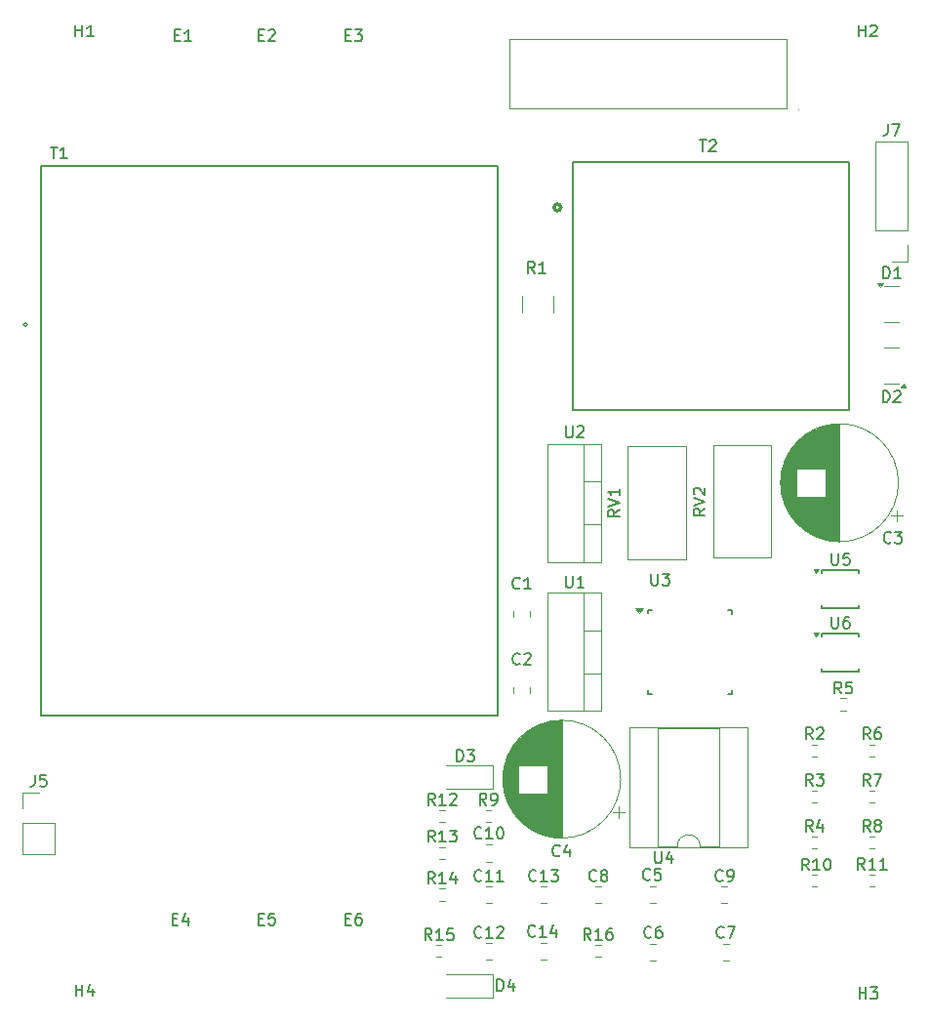
<source format=gbr>
%TF.GenerationSoftware,KiCad,Pcbnew,9.0.1*%
%TF.CreationDate,2025-04-03T12:43:54-07:00*%
%TF.ProjectId,Final_Board-v3B,46696e61-6c5f-4426-9f61-72642d763342,rev?*%
%TF.SameCoordinates,Original*%
%TF.FileFunction,Legend,Top*%
%TF.FilePolarity,Positive*%
%FSLAX46Y46*%
G04 Gerber Fmt 4.6, Leading zero omitted, Abs format (unit mm)*
G04 Created by KiCad (PCBNEW 9.0.1) date 2025-04-03 12:43:54*
%MOMM*%
%LPD*%
G01*
G04 APERTURE LIST*
%ADD10C,0.150000*%
%ADD11C,0.127000*%
%ADD12C,0.300000*%
%ADD13C,0.120000*%
%ADD14C,0.100000*%
%ADD15C,0.200000*%
G04 APERTURE END LIST*
D10*
X129319524Y-52949009D02*
X129652857Y-52949009D01*
X129795714Y-53472819D02*
X129319524Y-53472819D01*
X129319524Y-53472819D02*
X129319524Y-52472819D01*
X129319524Y-52472819D02*
X129795714Y-52472819D01*
X130129048Y-52472819D02*
X130748095Y-52472819D01*
X130748095Y-52472819D02*
X130414762Y-52853771D01*
X130414762Y-52853771D02*
X130557619Y-52853771D01*
X130557619Y-52853771D02*
X130652857Y-52901390D01*
X130652857Y-52901390D02*
X130700476Y-52949009D01*
X130700476Y-52949009D02*
X130748095Y-53044247D01*
X130748095Y-53044247D02*
X130748095Y-53282342D01*
X130748095Y-53282342D02*
X130700476Y-53377580D01*
X130700476Y-53377580D02*
X130652857Y-53425200D01*
X130652857Y-53425200D02*
X130557619Y-53472819D01*
X130557619Y-53472819D02*
X130271905Y-53472819D01*
X130271905Y-53472819D02*
X130176667Y-53425200D01*
X130176667Y-53425200D02*
X130129048Y-53377580D01*
X114509524Y-52949009D02*
X114842857Y-52949009D01*
X114985714Y-53472819D02*
X114509524Y-53472819D01*
X114509524Y-53472819D02*
X114509524Y-52472819D01*
X114509524Y-52472819D02*
X114985714Y-52472819D01*
X115938095Y-53472819D02*
X115366667Y-53472819D01*
X115652381Y-53472819D02*
X115652381Y-52472819D01*
X115652381Y-52472819D02*
X115557143Y-52615676D01*
X115557143Y-52615676D02*
X115461905Y-52710914D01*
X115461905Y-52710914D02*
X115366667Y-52758533D01*
X129309524Y-129612009D02*
X129642857Y-129612009D01*
X129785714Y-130135819D02*
X129309524Y-130135819D01*
X129309524Y-130135819D02*
X129309524Y-129135819D01*
X129309524Y-129135819D02*
X129785714Y-129135819D01*
X130642857Y-129135819D02*
X130452381Y-129135819D01*
X130452381Y-129135819D02*
X130357143Y-129183438D01*
X130357143Y-129183438D02*
X130309524Y-129231057D01*
X130309524Y-129231057D02*
X130214286Y-129373914D01*
X130214286Y-129373914D02*
X130166667Y-129564390D01*
X130166667Y-129564390D02*
X130166667Y-129945342D01*
X130166667Y-129945342D02*
X130214286Y-130040580D01*
X130214286Y-130040580D02*
X130261905Y-130088200D01*
X130261905Y-130088200D02*
X130357143Y-130135819D01*
X130357143Y-130135819D02*
X130547619Y-130135819D01*
X130547619Y-130135819D02*
X130642857Y-130088200D01*
X130642857Y-130088200D02*
X130690476Y-130040580D01*
X130690476Y-130040580D02*
X130738095Y-129945342D01*
X130738095Y-129945342D02*
X130738095Y-129707247D01*
X130738095Y-129707247D02*
X130690476Y-129612009D01*
X130690476Y-129612009D02*
X130642857Y-129564390D01*
X130642857Y-129564390D02*
X130547619Y-129516771D01*
X130547619Y-129516771D02*
X130357143Y-129516771D01*
X130357143Y-129516771D02*
X130261905Y-129564390D01*
X130261905Y-129564390D02*
X130214286Y-129612009D01*
X130214286Y-129612009D02*
X130166667Y-129707247D01*
X121789524Y-129612009D02*
X122122857Y-129612009D01*
X122265714Y-130135819D02*
X121789524Y-130135819D01*
X121789524Y-130135819D02*
X121789524Y-129135819D01*
X121789524Y-129135819D02*
X122265714Y-129135819D01*
X123170476Y-129135819D02*
X122694286Y-129135819D01*
X122694286Y-129135819D02*
X122646667Y-129612009D01*
X122646667Y-129612009D02*
X122694286Y-129564390D01*
X122694286Y-129564390D02*
X122789524Y-129516771D01*
X122789524Y-129516771D02*
X123027619Y-129516771D01*
X123027619Y-129516771D02*
X123122857Y-129564390D01*
X123122857Y-129564390D02*
X123170476Y-129612009D01*
X123170476Y-129612009D02*
X123218095Y-129707247D01*
X123218095Y-129707247D02*
X123218095Y-129945342D01*
X123218095Y-129945342D02*
X123170476Y-130040580D01*
X123170476Y-130040580D02*
X123122857Y-130088200D01*
X123122857Y-130088200D02*
X123027619Y-130135819D01*
X123027619Y-130135819D02*
X122789524Y-130135819D01*
X122789524Y-130135819D02*
X122694286Y-130088200D01*
X122694286Y-130088200D02*
X122646667Y-130040580D01*
X114309524Y-129612009D02*
X114642857Y-129612009D01*
X114785714Y-130135819D02*
X114309524Y-130135819D01*
X114309524Y-130135819D02*
X114309524Y-129135819D01*
X114309524Y-129135819D02*
X114785714Y-129135819D01*
X115642857Y-129469152D02*
X115642857Y-130135819D01*
X115404762Y-129088200D02*
X115166667Y-129802485D01*
X115166667Y-129802485D02*
X115785714Y-129802485D01*
X121789524Y-52949009D02*
X122122857Y-52949009D01*
X122265714Y-53472819D02*
X121789524Y-53472819D01*
X121789524Y-53472819D02*
X121789524Y-52472819D01*
X121789524Y-52472819D02*
X122265714Y-52472819D01*
X122646667Y-52568057D02*
X122694286Y-52520438D01*
X122694286Y-52520438D02*
X122789524Y-52472819D01*
X122789524Y-52472819D02*
X123027619Y-52472819D01*
X123027619Y-52472819D02*
X123122857Y-52520438D01*
X123122857Y-52520438D02*
X123170476Y-52568057D01*
X123170476Y-52568057D02*
X123218095Y-52663295D01*
X123218095Y-52663295D02*
X123218095Y-52758533D01*
X123218095Y-52758533D02*
X123170476Y-52901390D01*
X123170476Y-52901390D02*
X122599048Y-53472819D01*
X122599048Y-53472819D02*
X123218095Y-53472819D01*
X173897095Y-136534819D02*
X173897095Y-135534819D01*
X173897095Y-136011009D02*
X174468523Y-136011009D01*
X174468523Y-136534819D02*
X174468523Y-135534819D01*
X174849476Y-135534819D02*
X175468523Y-135534819D01*
X175468523Y-135534819D02*
X175135190Y-135915771D01*
X175135190Y-135915771D02*
X175278047Y-135915771D01*
X175278047Y-135915771D02*
X175373285Y-135963390D01*
X175373285Y-135963390D02*
X175420904Y-136011009D01*
X175420904Y-136011009D02*
X175468523Y-136106247D01*
X175468523Y-136106247D02*
X175468523Y-136344342D01*
X175468523Y-136344342D02*
X175420904Y-136439580D01*
X175420904Y-136439580D02*
X175373285Y-136487200D01*
X175373285Y-136487200D02*
X175278047Y-136534819D01*
X175278047Y-136534819D02*
X174992333Y-136534819D01*
X174992333Y-136534819D02*
X174897095Y-136487200D01*
X174897095Y-136487200D02*
X174849476Y-136439580D01*
X105918095Y-136304819D02*
X105918095Y-135304819D01*
X105918095Y-135781009D02*
X106489523Y-135781009D01*
X106489523Y-136304819D02*
X106489523Y-135304819D01*
X107394285Y-135638152D02*
X107394285Y-136304819D01*
X107156190Y-135257200D02*
X106918095Y-135971485D01*
X106918095Y-135971485D02*
X107537142Y-135971485D01*
X173841095Y-53072819D02*
X173841095Y-52072819D01*
X173841095Y-52549009D02*
X174412523Y-52549009D01*
X174412523Y-53072819D02*
X174412523Y-52072819D01*
X174841095Y-52168057D02*
X174888714Y-52120438D01*
X174888714Y-52120438D02*
X174983952Y-52072819D01*
X174983952Y-52072819D02*
X175222047Y-52072819D01*
X175222047Y-52072819D02*
X175317285Y-52120438D01*
X175317285Y-52120438D02*
X175364904Y-52168057D01*
X175364904Y-52168057D02*
X175412523Y-52263295D01*
X175412523Y-52263295D02*
X175412523Y-52358533D01*
X175412523Y-52358533D02*
X175364904Y-52501390D01*
X175364904Y-52501390D02*
X174793476Y-53072819D01*
X174793476Y-53072819D02*
X175412523Y-53072819D01*
X105897095Y-53072819D02*
X105897095Y-52072819D01*
X105897095Y-52549009D02*
X106468523Y-52549009D01*
X106468523Y-53072819D02*
X106468523Y-52072819D01*
X107468523Y-53072819D02*
X106897095Y-53072819D01*
X107182809Y-53072819D02*
X107182809Y-52072819D01*
X107182809Y-52072819D02*
X107087571Y-52215676D01*
X107087571Y-52215676D02*
X106992333Y-52310914D01*
X106992333Y-52310914D02*
X106897095Y-52358533D01*
X160038095Y-62054819D02*
X160609523Y-62054819D01*
X160323809Y-63054819D02*
X160323809Y-62054819D01*
X160895238Y-62150057D02*
X160942857Y-62102438D01*
X160942857Y-62102438D02*
X161038095Y-62054819D01*
X161038095Y-62054819D02*
X161276190Y-62054819D01*
X161276190Y-62054819D02*
X161371428Y-62102438D01*
X161371428Y-62102438D02*
X161419047Y-62150057D01*
X161419047Y-62150057D02*
X161466666Y-62245295D01*
X161466666Y-62245295D02*
X161466666Y-62340533D01*
X161466666Y-62340533D02*
X161419047Y-62483390D01*
X161419047Y-62483390D02*
X160847619Y-63054819D01*
X160847619Y-63054819D02*
X161466666Y-63054819D01*
X160504819Y-94015238D02*
X160028628Y-94348571D01*
X160504819Y-94586666D02*
X159504819Y-94586666D01*
X159504819Y-94586666D02*
X159504819Y-94205714D01*
X159504819Y-94205714D02*
X159552438Y-94110476D01*
X159552438Y-94110476D02*
X159600057Y-94062857D01*
X159600057Y-94062857D02*
X159695295Y-94015238D01*
X159695295Y-94015238D02*
X159838152Y-94015238D01*
X159838152Y-94015238D02*
X159933390Y-94062857D01*
X159933390Y-94062857D02*
X159981009Y-94110476D01*
X159981009Y-94110476D02*
X160028628Y-94205714D01*
X160028628Y-94205714D02*
X160028628Y-94586666D01*
X159504819Y-93729523D02*
X160504819Y-93396190D01*
X160504819Y-93396190D02*
X159504819Y-93062857D01*
X159600057Y-92777142D02*
X159552438Y-92729523D01*
X159552438Y-92729523D02*
X159504819Y-92634285D01*
X159504819Y-92634285D02*
X159504819Y-92396190D01*
X159504819Y-92396190D02*
X159552438Y-92300952D01*
X159552438Y-92300952D02*
X159600057Y-92253333D01*
X159600057Y-92253333D02*
X159695295Y-92205714D01*
X159695295Y-92205714D02*
X159790533Y-92205714D01*
X159790533Y-92205714D02*
X159933390Y-92253333D01*
X159933390Y-92253333D02*
X160504819Y-92824761D01*
X160504819Y-92824761D02*
X160504819Y-92205714D01*
X153084819Y-94115238D02*
X152608628Y-94448571D01*
X153084819Y-94686666D02*
X152084819Y-94686666D01*
X152084819Y-94686666D02*
X152084819Y-94305714D01*
X152084819Y-94305714D02*
X152132438Y-94210476D01*
X152132438Y-94210476D02*
X152180057Y-94162857D01*
X152180057Y-94162857D02*
X152275295Y-94115238D01*
X152275295Y-94115238D02*
X152418152Y-94115238D01*
X152418152Y-94115238D02*
X152513390Y-94162857D01*
X152513390Y-94162857D02*
X152561009Y-94210476D01*
X152561009Y-94210476D02*
X152608628Y-94305714D01*
X152608628Y-94305714D02*
X152608628Y-94686666D01*
X152084819Y-93829523D02*
X153084819Y-93496190D01*
X153084819Y-93496190D02*
X152084819Y-93162857D01*
X153084819Y-92305714D02*
X153084819Y-92877142D01*
X153084819Y-92591428D02*
X152084819Y-92591428D01*
X152084819Y-92591428D02*
X152227676Y-92686666D01*
X152227676Y-92686666D02*
X152322914Y-92781904D01*
X152322914Y-92781904D02*
X152370533Y-92877142D01*
X147903333Y-124099580D02*
X147855714Y-124147200D01*
X147855714Y-124147200D02*
X147712857Y-124194819D01*
X147712857Y-124194819D02*
X147617619Y-124194819D01*
X147617619Y-124194819D02*
X147474762Y-124147200D01*
X147474762Y-124147200D02*
X147379524Y-124051961D01*
X147379524Y-124051961D02*
X147331905Y-123956723D01*
X147331905Y-123956723D02*
X147284286Y-123766247D01*
X147284286Y-123766247D02*
X147284286Y-123623390D01*
X147284286Y-123623390D02*
X147331905Y-123432914D01*
X147331905Y-123432914D02*
X147379524Y-123337676D01*
X147379524Y-123337676D02*
X147474762Y-123242438D01*
X147474762Y-123242438D02*
X147617619Y-123194819D01*
X147617619Y-123194819D02*
X147712857Y-123194819D01*
X147712857Y-123194819D02*
X147855714Y-123242438D01*
X147855714Y-123242438D02*
X147903333Y-123290057D01*
X148760476Y-123528152D02*
X148760476Y-124194819D01*
X148522381Y-123147200D02*
X148284286Y-123861485D01*
X148284286Y-123861485D02*
X148903333Y-123861485D01*
X176633333Y-96939580D02*
X176585714Y-96987200D01*
X176585714Y-96987200D02*
X176442857Y-97034819D01*
X176442857Y-97034819D02*
X176347619Y-97034819D01*
X176347619Y-97034819D02*
X176204762Y-96987200D01*
X176204762Y-96987200D02*
X176109524Y-96891961D01*
X176109524Y-96891961D02*
X176061905Y-96796723D01*
X176061905Y-96796723D02*
X176014286Y-96606247D01*
X176014286Y-96606247D02*
X176014286Y-96463390D01*
X176014286Y-96463390D02*
X176061905Y-96272914D01*
X176061905Y-96272914D02*
X176109524Y-96177676D01*
X176109524Y-96177676D02*
X176204762Y-96082438D01*
X176204762Y-96082438D02*
X176347619Y-96034819D01*
X176347619Y-96034819D02*
X176442857Y-96034819D01*
X176442857Y-96034819D02*
X176585714Y-96082438D01*
X176585714Y-96082438D02*
X176633333Y-96130057D01*
X176966667Y-96034819D02*
X177585714Y-96034819D01*
X177585714Y-96034819D02*
X177252381Y-96415771D01*
X177252381Y-96415771D02*
X177395238Y-96415771D01*
X177395238Y-96415771D02*
X177490476Y-96463390D01*
X177490476Y-96463390D02*
X177538095Y-96511009D01*
X177538095Y-96511009D02*
X177585714Y-96606247D01*
X177585714Y-96606247D02*
X177585714Y-96844342D01*
X177585714Y-96844342D02*
X177538095Y-96939580D01*
X177538095Y-96939580D02*
X177490476Y-96987200D01*
X177490476Y-96987200D02*
X177395238Y-97034819D01*
X177395238Y-97034819D02*
X177109524Y-97034819D01*
X177109524Y-97034819D02*
X177014286Y-96987200D01*
X177014286Y-96987200D02*
X176966667Y-96939580D01*
X156148095Y-123774819D02*
X156148095Y-124584342D01*
X156148095Y-124584342D02*
X156195714Y-124679580D01*
X156195714Y-124679580D02*
X156243333Y-124727200D01*
X156243333Y-124727200D02*
X156338571Y-124774819D01*
X156338571Y-124774819D02*
X156529047Y-124774819D01*
X156529047Y-124774819D02*
X156624285Y-124727200D01*
X156624285Y-124727200D02*
X156671904Y-124679580D01*
X156671904Y-124679580D02*
X156719523Y-124584342D01*
X156719523Y-124584342D02*
X156719523Y-123774819D01*
X157624285Y-124108152D02*
X157624285Y-124774819D01*
X157386190Y-123727200D02*
X157148095Y-124441485D01*
X157148095Y-124441485D02*
X157767142Y-124441485D01*
X145733333Y-73592319D02*
X145400000Y-73116128D01*
X145161905Y-73592319D02*
X145161905Y-72592319D01*
X145161905Y-72592319D02*
X145542857Y-72592319D01*
X145542857Y-72592319D02*
X145638095Y-72639938D01*
X145638095Y-72639938D02*
X145685714Y-72687557D01*
X145685714Y-72687557D02*
X145733333Y-72782795D01*
X145733333Y-72782795D02*
X145733333Y-72925652D01*
X145733333Y-72925652D02*
X145685714Y-73020890D01*
X145685714Y-73020890D02*
X145638095Y-73068509D01*
X145638095Y-73068509D02*
X145542857Y-73116128D01*
X145542857Y-73116128D02*
X145161905Y-73116128D01*
X146685714Y-73592319D02*
X146114286Y-73592319D01*
X146400000Y-73592319D02*
X146400000Y-72592319D01*
X146400000Y-72592319D02*
X146304762Y-72735176D01*
X146304762Y-72735176D02*
X146209524Y-72830414D01*
X146209524Y-72830414D02*
X146114286Y-72878033D01*
X102366666Y-117124819D02*
X102366666Y-117839104D01*
X102366666Y-117839104D02*
X102319047Y-117981961D01*
X102319047Y-117981961D02*
X102223809Y-118077200D01*
X102223809Y-118077200D02*
X102080952Y-118124819D01*
X102080952Y-118124819D02*
X101985714Y-118124819D01*
X103319047Y-117124819D02*
X102842857Y-117124819D01*
X102842857Y-117124819D02*
X102795238Y-117601009D01*
X102795238Y-117601009D02*
X102842857Y-117553390D01*
X102842857Y-117553390D02*
X102938095Y-117505771D01*
X102938095Y-117505771D02*
X103176190Y-117505771D01*
X103176190Y-117505771D02*
X103271428Y-117553390D01*
X103271428Y-117553390D02*
X103319047Y-117601009D01*
X103319047Y-117601009D02*
X103366666Y-117696247D01*
X103366666Y-117696247D02*
X103366666Y-117934342D01*
X103366666Y-117934342D02*
X103319047Y-118029580D01*
X103319047Y-118029580D02*
X103271428Y-118077200D01*
X103271428Y-118077200D02*
X103176190Y-118124819D01*
X103176190Y-118124819D02*
X102938095Y-118124819D01*
X102938095Y-118124819D02*
X102842857Y-118077200D01*
X102842857Y-118077200D02*
X102795238Y-118029580D01*
X175941905Y-84804819D02*
X175941905Y-83804819D01*
X175941905Y-83804819D02*
X176180000Y-83804819D01*
X176180000Y-83804819D02*
X176322857Y-83852438D01*
X176322857Y-83852438D02*
X176418095Y-83947676D01*
X176418095Y-83947676D02*
X176465714Y-84042914D01*
X176465714Y-84042914D02*
X176513333Y-84233390D01*
X176513333Y-84233390D02*
X176513333Y-84376247D01*
X176513333Y-84376247D02*
X176465714Y-84566723D01*
X176465714Y-84566723D02*
X176418095Y-84661961D01*
X176418095Y-84661961D02*
X176322857Y-84757200D01*
X176322857Y-84757200D02*
X176180000Y-84804819D01*
X176180000Y-84804819D02*
X175941905Y-84804819D01*
X176894286Y-83900057D02*
X176941905Y-83852438D01*
X176941905Y-83852438D02*
X177037143Y-83804819D01*
X177037143Y-83804819D02*
X177275238Y-83804819D01*
X177275238Y-83804819D02*
X177370476Y-83852438D01*
X177370476Y-83852438D02*
X177418095Y-83900057D01*
X177418095Y-83900057D02*
X177465714Y-83995295D01*
X177465714Y-83995295D02*
X177465714Y-84090533D01*
X177465714Y-84090533D02*
X177418095Y-84233390D01*
X177418095Y-84233390D02*
X176846667Y-84804819D01*
X176846667Y-84804819D02*
X177465714Y-84804819D01*
X145857142Y-126259580D02*
X145809523Y-126307200D01*
X145809523Y-126307200D02*
X145666666Y-126354819D01*
X145666666Y-126354819D02*
X145571428Y-126354819D01*
X145571428Y-126354819D02*
X145428571Y-126307200D01*
X145428571Y-126307200D02*
X145333333Y-126211961D01*
X145333333Y-126211961D02*
X145285714Y-126116723D01*
X145285714Y-126116723D02*
X145238095Y-125926247D01*
X145238095Y-125926247D02*
X145238095Y-125783390D01*
X145238095Y-125783390D02*
X145285714Y-125592914D01*
X145285714Y-125592914D02*
X145333333Y-125497676D01*
X145333333Y-125497676D02*
X145428571Y-125402438D01*
X145428571Y-125402438D02*
X145571428Y-125354819D01*
X145571428Y-125354819D02*
X145666666Y-125354819D01*
X145666666Y-125354819D02*
X145809523Y-125402438D01*
X145809523Y-125402438D02*
X145857142Y-125450057D01*
X146809523Y-126354819D02*
X146238095Y-126354819D01*
X146523809Y-126354819D02*
X146523809Y-125354819D01*
X146523809Y-125354819D02*
X146428571Y-125497676D01*
X146428571Y-125497676D02*
X146333333Y-125592914D01*
X146333333Y-125592914D02*
X146238095Y-125640533D01*
X147142857Y-125354819D02*
X147761904Y-125354819D01*
X147761904Y-125354819D02*
X147428571Y-125735771D01*
X147428571Y-125735771D02*
X147571428Y-125735771D01*
X147571428Y-125735771D02*
X147666666Y-125783390D01*
X147666666Y-125783390D02*
X147714285Y-125831009D01*
X147714285Y-125831009D02*
X147761904Y-125926247D01*
X147761904Y-125926247D02*
X147761904Y-126164342D01*
X147761904Y-126164342D02*
X147714285Y-126259580D01*
X147714285Y-126259580D02*
X147666666Y-126307200D01*
X147666666Y-126307200D02*
X147571428Y-126354819D01*
X147571428Y-126354819D02*
X147285714Y-126354819D01*
X147285714Y-126354819D02*
X147190476Y-126307200D01*
X147190476Y-126307200D02*
X147142857Y-126259580D01*
X145757142Y-131059580D02*
X145709523Y-131107200D01*
X145709523Y-131107200D02*
X145566666Y-131154819D01*
X145566666Y-131154819D02*
X145471428Y-131154819D01*
X145471428Y-131154819D02*
X145328571Y-131107200D01*
X145328571Y-131107200D02*
X145233333Y-131011961D01*
X145233333Y-131011961D02*
X145185714Y-130916723D01*
X145185714Y-130916723D02*
X145138095Y-130726247D01*
X145138095Y-130726247D02*
X145138095Y-130583390D01*
X145138095Y-130583390D02*
X145185714Y-130392914D01*
X145185714Y-130392914D02*
X145233333Y-130297676D01*
X145233333Y-130297676D02*
X145328571Y-130202438D01*
X145328571Y-130202438D02*
X145471428Y-130154819D01*
X145471428Y-130154819D02*
X145566666Y-130154819D01*
X145566666Y-130154819D02*
X145709523Y-130202438D01*
X145709523Y-130202438D02*
X145757142Y-130250057D01*
X146709523Y-131154819D02*
X146138095Y-131154819D01*
X146423809Y-131154819D02*
X146423809Y-130154819D01*
X146423809Y-130154819D02*
X146328571Y-130297676D01*
X146328571Y-130297676D02*
X146233333Y-130392914D01*
X146233333Y-130392914D02*
X146138095Y-130440533D01*
X147566666Y-130488152D02*
X147566666Y-131154819D01*
X147328571Y-130107200D02*
X147090476Y-130821485D01*
X147090476Y-130821485D02*
X147709523Y-130821485D01*
X155833333Y-131159580D02*
X155785714Y-131207200D01*
X155785714Y-131207200D02*
X155642857Y-131254819D01*
X155642857Y-131254819D02*
X155547619Y-131254819D01*
X155547619Y-131254819D02*
X155404762Y-131207200D01*
X155404762Y-131207200D02*
X155309524Y-131111961D01*
X155309524Y-131111961D02*
X155261905Y-131016723D01*
X155261905Y-131016723D02*
X155214286Y-130826247D01*
X155214286Y-130826247D02*
X155214286Y-130683390D01*
X155214286Y-130683390D02*
X155261905Y-130492914D01*
X155261905Y-130492914D02*
X155309524Y-130397676D01*
X155309524Y-130397676D02*
X155404762Y-130302438D01*
X155404762Y-130302438D02*
X155547619Y-130254819D01*
X155547619Y-130254819D02*
X155642857Y-130254819D01*
X155642857Y-130254819D02*
X155785714Y-130302438D01*
X155785714Y-130302438D02*
X155833333Y-130350057D01*
X156690476Y-130254819D02*
X156500000Y-130254819D01*
X156500000Y-130254819D02*
X156404762Y-130302438D01*
X156404762Y-130302438D02*
X156357143Y-130350057D01*
X156357143Y-130350057D02*
X156261905Y-130492914D01*
X156261905Y-130492914D02*
X156214286Y-130683390D01*
X156214286Y-130683390D02*
X156214286Y-131064342D01*
X156214286Y-131064342D02*
X156261905Y-131159580D01*
X156261905Y-131159580D02*
X156309524Y-131207200D01*
X156309524Y-131207200D02*
X156404762Y-131254819D01*
X156404762Y-131254819D02*
X156595238Y-131254819D01*
X156595238Y-131254819D02*
X156690476Y-131207200D01*
X156690476Y-131207200D02*
X156738095Y-131159580D01*
X156738095Y-131159580D02*
X156785714Y-131064342D01*
X156785714Y-131064342D02*
X156785714Y-130826247D01*
X156785714Y-130826247D02*
X156738095Y-130731009D01*
X156738095Y-130731009D02*
X156690476Y-130683390D01*
X156690476Y-130683390D02*
X156595238Y-130635771D01*
X156595238Y-130635771D02*
X156404762Y-130635771D01*
X156404762Y-130635771D02*
X156309524Y-130683390D01*
X156309524Y-130683390D02*
X156261905Y-130731009D01*
X156261905Y-130731009D02*
X156214286Y-130826247D01*
X141107142Y-122559580D02*
X141059523Y-122607200D01*
X141059523Y-122607200D02*
X140916666Y-122654819D01*
X140916666Y-122654819D02*
X140821428Y-122654819D01*
X140821428Y-122654819D02*
X140678571Y-122607200D01*
X140678571Y-122607200D02*
X140583333Y-122511961D01*
X140583333Y-122511961D02*
X140535714Y-122416723D01*
X140535714Y-122416723D02*
X140488095Y-122226247D01*
X140488095Y-122226247D02*
X140488095Y-122083390D01*
X140488095Y-122083390D02*
X140535714Y-121892914D01*
X140535714Y-121892914D02*
X140583333Y-121797676D01*
X140583333Y-121797676D02*
X140678571Y-121702438D01*
X140678571Y-121702438D02*
X140821428Y-121654819D01*
X140821428Y-121654819D02*
X140916666Y-121654819D01*
X140916666Y-121654819D02*
X141059523Y-121702438D01*
X141059523Y-121702438D02*
X141107142Y-121750057D01*
X142059523Y-122654819D02*
X141488095Y-122654819D01*
X141773809Y-122654819D02*
X141773809Y-121654819D01*
X141773809Y-121654819D02*
X141678571Y-121797676D01*
X141678571Y-121797676D02*
X141583333Y-121892914D01*
X141583333Y-121892914D02*
X141488095Y-121940533D01*
X142678571Y-121654819D02*
X142773809Y-121654819D01*
X142773809Y-121654819D02*
X142869047Y-121702438D01*
X142869047Y-121702438D02*
X142916666Y-121750057D01*
X142916666Y-121750057D02*
X142964285Y-121845295D01*
X142964285Y-121845295D02*
X143011904Y-122035771D01*
X143011904Y-122035771D02*
X143011904Y-122273866D01*
X143011904Y-122273866D02*
X142964285Y-122464342D01*
X142964285Y-122464342D02*
X142916666Y-122559580D01*
X142916666Y-122559580D02*
X142869047Y-122607200D01*
X142869047Y-122607200D02*
X142773809Y-122654819D01*
X142773809Y-122654819D02*
X142678571Y-122654819D01*
X142678571Y-122654819D02*
X142583333Y-122607200D01*
X142583333Y-122607200D02*
X142535714Y-122559580D01*
X142535714Y-122559580D02*
X142488095Y-122464342D01*
X142488095Y-122464342D02*
X142440476Y-122273866D01*
X142440476Y-122273866D02*
X142440476Y-122035771D01*
X142440476Y-122035771D02*
X142488095Y-121845295D01*
X142488095Y-121845295D02*
X142535714Y-121750057D01*
X142535714Y-121750057D02*
X142583333Y-121702438D01*
X142583333Y-121702438D02*
X142678571Y-121654819D01*
X175981905Y-74054819D02*
X175981905Y-73054819D01*
X175981905Y-73054819D02*
X176220000Y-73054819D01*
X176220000Y-73054819D02*
X176362857Y-73102438D01*
X176362857Y-73102438D02*
X176458095Y-73197676D01*
X176458095Y-73197676D02*
X176505714Y-73292914D01*
X176505714Y-73292914D02*
X176553333Y-73483390D01*
X176553333Y-73483390D02*
X176553333Y-73626247D01*
X176553333Y-73626247D02*
X176505714Y-73816723D01*
X176505714Y-73816723D02*
X176458095Y-73911961D01*
X176458095Y-73911961D02*
X176362857Y-74007200D01*
X176362857Y-74007200D02*
X176220000Y-74054819D01*
X176220000Y-74054819D02*
X175981905Y-74054819D01*
X177505714Y-74054819D02*
X176934286Y-74054819D01*
X177220000Y-74054819D02*
X177220000Y-73054819D01*
X177220000Y-73054819D02*
X177124762Y-73197676D01*
X177124762Y-73197676D02*
X177029524Y-73292914D01*
X177029524Y-73292914D02*
X176934286Y-73340533D01*
X169497142Y-125374819D02*
X169163809Y-124898628D01*
X168925714Y-125374819D02*
X168925714Y-124374819D01*
X168925714Y-124374819D02*
X169306666Y-124374819D01*
X169306666Y-124374819D02*
X169401904Y-124422438D01*
X169401904Y-124422438D02*
X169449523Y-124470057D01*
X169449523Y-124470057D02*
X169497142Y-124565295D01*
X169497142Y-124565295D02*
X169497142Y-124708152D01*
X169497142Y-124708152D02*
X169449523Y-124803390D01*
X169449523Y-124803390D02*
X169401904Y-124851009D01*
X169401904Y-124851009D02*
X169306666Y-124898628D01*
X169306666Y-124898628D02*
X168925714Y-124898628D01*
X170449523Y-125374819D02*
X169878095Y-125374819D01*
X170163809Y-125374819D02*
X170163809Y-124374819D01*
X170163809Y-124374819D02*
X170068571Y-124517676D01*
X170068571Y-124517676D02*
X169973333Y-124612914D01*
X169973333Y-124612914D02*
X169878095Y-124660533D01*
X171068571Y-124374819D02*
X171163809Y-124374819D01*
X171163809Y-124374819D02*
X171259047Y-124422438D01*
X171259047Y-124422438D02*
X171306666Y-124470057D01*
X171306666Y-124470057D02*
X171354285Y-124565295D01*
X171354285Y-124565295D02*
X171401904Y-124755771D01*
X171401904Y-124755771D02*
X171401904Y-124993866D01*
X171401904Y-124993866D02*
X171354285Y-125184342D01*
X171354285Y-125184342D02*
X171306666Y-125279580D01*
X171306666Y-125279580D02*
X171259047Y-125327200D01*
X171259047Y-125327200D02*
X171163809Y-125374819D01*
X171163809Y-125374819D02*
X171068571Y-125374819D01*
X171068571Y-125374819D02*
X170973333Y-125327200D01*
X170973333Y-125327200D02*
X170925714Y-125279580D01*
X170925714Y-125279580D02*
X170878095Y-125184342D01*
X170878095Y-125184342D02*
X170830476Y-124993866D01*
X170830476Y-124993866D02*
X170830476Y-124755771D01*
X170830476Y-124755771D02*
X170878095Y-124565295D01*
X170878095Y-124565295D02*
X170925714Y-124470057D01*
X170925714Y-124470057D02*
X170973333Y-124422438D01*
X170973333Y-124422438D02*
X171068571Y-124374819D01*
X171488095Y-97904819D02*
X171488095Y-98714342D01*
X171488095Y-98714342D02*
X171535714Y-98809580D01*
X171535714Y-98809580D02*
X171583333Y-98857200D01*
X171583333Y-98857200D02*
X171678571Y-98904819D01*
X171678571Y-98904819D02*
X171869047Y-98904819D01*
X171869047Y-98904819D02*
X171964285Y-98857200D01*
X171964285Y-98857200D02*
X172011904Y-98809580D01*
X172011904Y-98809580D02*
X172059523Y-98714342D01*
X172059523Y-98714342D02*
X172059523Y-97904819D01*
X173011904Y-97904819D02*
X172535714Y-97904819D01*
X172535714Y-97904819D02*
X172488095Y-98381009D01*
X172488095Y-98381009D02*
X172535714Y-98333390D01*
X172535714Y-98333390D02*
X172630952Y-98285771D01*
X172630952Y-98285771D02*
X172869047Y-98285771D01*
X172869047Y-98285771D02*
X172964285Y-98333390D01*
X172964285Y-98333390D02*
X173011904Y-98381009D01*
X173011904Y-98381009D02*
X173059523Y-98476247D01*
X173059523Y-98476247D02*
X173059523Y-98714342D01*
X173059523Y-98714342D02*
X173011904Y-98809580D01*
X173011904Y-98809580D02*
X172964285Y-98857200D01*
X172964285Y-98857200D02*
X172869047Y-98904819D01*
X172869047Y-98904819D02*
X172630952Y-98904819D01*
X172630952Y-98904819D02*
X172535714Y-98857200D01*
X172535714Y-98857200D02*
X172488095Y-98809580D01*
X174833333Y-114024819D02*
X174500000Y-113548628D01*
X174261905Y-114024819D02*
X174261905Y-113024819D01*
X174261905Y-113024819D02*
X174642857Y-113024819D01*
X174642857Y-113024819D02*
X174738095Y-113072438D01*
X174738095Y-113072438D02*
X174785714Y-113120057D01*
X174785714Y-113120057D02*
X174833333Y-113215295D01*
X174833333Y-113215295D02*
X174833333Y-113358152D01*
X174833333Y-113358152D02*
X174785714Y-113453390D01*
X174785714Y-113453390D02*
X174738095Y-113501009D01*
X174738095Y-113501009D02*
X174642857Y-113548628D01*
X174642857Y-113548628D02*
X174261905Y-113548628D01*
X175690476Y-113024819D02*
X175500000Y-113024819D01*
X175500000Y-113024819D02*
X175404762Y-113072438D01*
X175404762Y-113072438D02*
X175357143Y-113120057D01*
X175357143Y-113120057D02*
X175261905Y-113262914D01*
X175261905Y-113262914D02*
X175214286Y-113453390D01*
X175214286Y-113453390D02*
X175214286Y-113834342D01*
X175214286Y-113834342D02*
X175261905Y-113929580D01*
X175261905Y-113929580D02*
X175309524Y-113977200D01*
X175309524Y-113977200D02*
X175404762Y-114024819D01*
X175404762Y-114024819D02*
X175595238Y-114024819D01*
X175595238Y-114024819D02*
X175690476Y-113977200D01*
X175690476Y-113977200D02*
X175738095Y-113929580D01*
X175738095Y-113929580D02*
X175785714Y-113834342D01*
X175785714Y-113834342D02*
X175785714Y-113596247D01*
X175785714Y-113596247D02*
X175738095Y-113501009D01*
X175738095Y-113501009D02*
X175690476Y-113453390D01*
X175690476Y-113453390D02*
X175595238Y-113405771D01*
X175595238Y-113405771D02*
X175404762Y-113405771D01*
X175404762Y-113405771D02*
X175309524Y-113453390D01*
X175309524Y-113453390D02*
X175261905Y-113501009D01*
X175261905Y-113501009D02*
X175214286Y-113596247D01*
X142461905Y-135854819D02*
X142461905Y-134854819D01*
X142461905Y-134854819D02*
X142700000Y-134854819D01*
X142700000Y-134854819D02*
X142842857Y-134902438D01*
X142842857Y-134902438D02*
X142938095Y-134997676D01*
X142938095Y-134997676D02*
X142985714Y-135092914D01*
X142985714Y-135092914D02*
X143033333Y-135283390D01*
X143033333Y-135283390D02*
X143033333Y-135426247D01*
X143033333Y-135426247D02*
X142985714Y-135616723D01*
X142985714Y-135616723D02*
X142938095Y-135711961D01*
X142938095Y-135711961D02*
X142842857Y-135807200D01*
X142842857Y-135807200D02*
X142700000Y-135854819D01*
X142700000Y-135854819D02*
X142461905Y-135854819D01*
X143890476Y-135188152D02*
X143890476Y-135854819D01*
X143652381Y-134807200D02*
X143414286Y-135521485D01*
X143414286Y-135521485D02*
X144033333Y-135521485D01*
X148438095Y-86854819D02*
X148438095Y-87664342D01*
X148438095Y-87664342D02*
X148485714Y-87759580D01*
X148485714Y-87759580D02*
X148533333Y-87807200D01*
X148533333Y-87807200D02*
X148628571Y-87854819D01*
X148628571Y-87854819D02*
X148819047Y-87854819D01*
X148819047Y-87854819D02*
X148914285Y-87807200D01*
X148914285Y-87807200D02*
X148961904Y-87759580D01*
X148961904Y-87759580D02*
X149009523Y-87664342D01*
X149009523Y-87664342D02*
X149009523Y-86854819D01*
X149438095Y-86950057D02*
X149485714Y-86902438D01*
X149485714Y-86902438D02*
X149580952Y-86854819D01*
X149580952Y-86854819D02*
X149819047Y-86854819D01*
X149819047Y-86854819D02*
X149914285Y-86902438D01*
X149914285Y-86902438D02*
X149961904Y-86950057D01*
X149961904Y-86950057D02*
X150009523Y-87045295D01*
X150009523Y-87045295D02*
X150009523Y-87140533D01*
X150009523Y-87140533D02*
X149961904Y-87283390D01*
X149961904Y-87283390D02*
X149390476Y-87854819D01*
X149390476Y-87854819D02*
X150009523Y-87854819D01*
X169833333Y-122024819D02*
X169500000Y-121548628D01*
X169261905Y-122024819D02*
X169261905Y-121024819D01*
X169261905Y-121024819D02*
X169642857Y-121024819D01*
X169642857Y-121024819D02*
X169738095Y-121072438D01*
X169738095Y-121072438D02*
X169785714Y-121120057D01*
X169785714Y-121120057D02*
X169833333Y-121215295D01*
X169833333Y-121215295D02*
X169833333Y-121358152D01*
X169833333Y-121358152D02*
X169785714Y-121453390D01*
X169785714Y-121453390D02*
X169738095Y-121501009D01*
X169738095Y-121501009D02*
X169642857Y-121548628D01*
X169642857Y-121548628D02*
X169261905Y-121548628D01*
X170690476Y-121358152D02*
X170690476Y-122024819D01*
X170452381Y-120977200D02*
X170214286Y-121691485D01*
X170214286Y-121691485D02*
X170833333Y-121691485D01*
X144433333Y-100897080D02*
X144385714Y-100944700D01*
X144385714Y-100944700D02*
X144242857Y-100992319D01*
X144242857Y-100992319D02*
X144147619Y-100992319D01*
X144147619Y-100992319D02*
X144004762Y-100944700D01*
X144004762Y-100944700D02*
X143909524Y-100849461D01*
X143909524Y-100849461D02*
X143861905Y-100754223D01*
X143861905Y-100754223D02*
X143814286Y-100563747D01*
X143814286Y-100563747D02*
X143814286Y-100420890D01*
X143814286Y-100420890D02*
X143861905Y-100230414D01*
X143861905Y-100230414D02*
X143909524Y-100135176D01*
X143909524Y-100135176D02*
X144004762Y-100039938D01*
X144004762Y-100039938D02*
X144147619Y-99992319D01*
X144147619Y-99992319D02*
X144242857Y-99992319D01*
X144242857Y-99992319D02*
X144385714Y-100039938D01*
X144385714Y-100039938D02*
X144433333Y-100087557D01*
X145385714Y-100992319D02*
X144814286Y-100992319D01*
X145100000Y-100992319D02*
X145100000Y-99992319D01*
X145100000Y-99992319D02*
X145004762Y-100135176D01*
X145004762Y-100135176D02*
X144909524Y-100230414D01*
X144909524Y-100230414D02*
X144814286Y-100278033D01*
X174833333Y-118024819D02*
X174500000Y-117548628D01*
X174261905Y-118024819D02*
X174261905Y-117024819D01*
X174261905Y-117024819D02*
X174642857Y-117024819D01*
X174642857Y-117024819D02*
X174738095Y-117072438D01*
X174738095Y-117072438D02*
X174785714Y-117120057D01*
X174785714Y-117120057D02*
X174833333Y-117215295D01*
X174833333Y-117215295D02*
X174833333Y-117358152D01*
X174833333Y-117358152D02*
X174785714Y-117453390D01*
X174785714Y-117453390D02*
X174738095Y-117501009D01*
X174738095Y-117501009D02*
X174642857Y-117548628D01*
X174642857Y-117548628D02*
X174261905Y-117548628D01*
X175166667Y-117024819D02*
X175833333Y-117024819D01*
X175833333Y-117024819D02*
X175404762Y-118024819D01*
X137057142Y-122924819D02*
X136723809Y-122448628D01*
X136485714Y-122924819D02*
X136485714Y-121924819D01*
X136485714Y-121924819D02*
X136866666Y-121924819D01*
X136866666Y-121924819D02*
X136961904Y-121972438D01*
X136961904Y-121972438D02*
X137009523Y-122020057D01*
X137009523Y-122020057D02*
X137057142Y-122115295D01*
X137057142Y-122115295D02*
X137057142Y-122258152D01*
X137057142Y-122258152D02*
X137009523Y-122353390D01*
X137009523Y-122353390D02*
X136961904Y-122401009D01*
X136961904Y-122401009D02*
X136866666Y-122448628D01*
X136866666Y-122448628D02*
X136485714Y-122448628D01*
X138009523Y-122924819D02*
X137438095Y-122924819D01*
X137723809Y-122924819D02*
X137723809Y-121924819D01*
X137723809Y-121924819D02*
X137628571Y-122067676D01*
X137628571Y-122067676D02*
X137533333Y-122162914D01*
X137533333Y-122162914D02*
X137438095Y-122210533D01*
X138342857Y-121924819D02*
X138961904Y-121924819D01*
X138961904Y-121924819D02*
X138628571Y-122305771D01*
X138628571Y-122305771D02*
X138771428Y-122305771D01*
X138771428Y-122305771D02*
X138866666Y-122353390D01*
X138866666Y-122353390D02*
X138914285Y-122401009D01*
X138914285Y-122401009D02*
X138961904Y-122496247D01*
X138961904Y-122496247D02*
X138961904Y-122734342D01*
X138961904Y-122734342D02*
X138914285Y-122829580D01*
X138914285Y-122829580D02*
X138866666Y-122877200D01*
X138866666Y-122877200D02*
X138771428Y-122924819D01*
X138771428Y-122924819D02*
X138485714Y-122924819D01*
X138485714Y-122924819D02*
X138390476Y-122877200D01*
X138390476Y-122877200D02*
X138342857Y-122829580D01*
X155733333Y-126159580D02*
X155685714Y-126207200D01*
X155685714Y-126207200D02*
X155542857Y-126254819D01*
X155542857Y-126254819D02*
X155447619Y-126254819D01*
X155447619Y-126254819D02*
X155304762Y-126207200D01*
X155304762Y-126207200D02*
X155209524Y-126111961D01*
X155209524Y-126111961D02*
X155161905Y-126016723D01*
X155161905Y-126016723D02*
X155114286Y-125826247D01*
X155114286Y-125826247D02*
X155114286Y-125683390D01*
X155114286Y-125683390D02*
X155161905Y-125492914D01*
X155161905Y-125492914D02*
X155209524Y-125397676D01*
X155209524Y-125397676D02*
X155304762Y-125302438D01*
X155304762Y-125302438D02*
X155447619Y-125254819D01*
X155447619Y-125254819D02*
X155542857Y-125254819D01*
X155542857Y-125254819D02*
X155685714Y-125302438D01*
X155685714Y-125302438D02*
X155733333Y-125350057D01*
X156638095Y-125254819D02*
X156161905Y-125254819D01*
X156161905Y-125254819D02*
X156114286Y-125731009D01*
X156114286Y-125731009D02*
X156161905Y-125683390D01*
X156161905Y-125683390D02*
X156257143Y-125635771D01*
X156257143Y-125635771D02*
X156495238Y-125635771D01*
X156495238Y-125635771D02*
X156590476Y-125683390D01*
X156590476Y-125683390D02*
X156638095Y-125731009D01*
X156638095Y-125731009D02*
X156685714Y-125826247D01*
X156685714Y-125826247D02*
X156685714Y-126064342D01*
X156685714Y-126064342D02*
X156638095Y-126159580D01*
X156638095Y-126159580D02*
X156590476Y-126207200D01*
X156590476Y-126207200D02*
X156495238Y-126254819D01*
X156495238Y-126254819D02*
X156257143Y-126254819D01*
X156257143Y-126254819D02*
X156161905Y-126207200D01*
X156161905Y-126207200D02*
X156114286Y-126159580D01*
X169833333Y-114024819D02*
X169500000Y-113548628D01*
X169261905Y-114024819D02*
X169261905Y-113024819D01*
X169261905Y-113024819D02*
X169642857Y-113024819D01*
X169642857Y-113024819D02*
X169738095Y-113072438D01*
X169738095Y-113072438D02*
X169785714Y-113120057D01*
X169785714Y-113120057D02*
X169833333Y-113215295D01*
X169833333Y-113215295D02*
X169833333Y-113358152D01*
X169833333Y-113358152D02*
X169785714Y-113453390D01*
X169785714Y-113453390D02*
X169738095Y-113501009D01*
X169738095Y-113501009D02*
X169642857Y-113548628D01*
X169642857Y-113548628D02*
X169261905Y-113548628D01*
X170214286Y-113120057D02*
X170261905Y-113072438D01*
X170261905Y-113072438D02*
X170357143Y-113024819D01*
X170357143Y-113024819D02*
X170595238Y-113024819D01*
X170595238Y-113024819D02*
X170690476Y-113072438D01*
X170690476Y-113072438D02*
X170738095Y-113120057D01*
X170738095Y-113120057D02*
X170785714Y-113215295D01*
X170785714Y-113215295D02*
X170785714Y-113310533D01*
X170785714Y-113310533D02*
X170738095Y-113453390D01*
X170738095Y-113453390D02*
X170166667Y-114024819D01*
X170166667Y-114024819D02*
X170785714Y-114024819D01*
X169833333Y-118024819D02*
X169500000Y-117548628D01*
X169261905Y-118024819D02*
X169261905Y-117024819D01*
X169261905Y-117024819D02*
X169642857Y-117024819D01*
X169642857Y-117024819D02*
X169738095Y-117072438D01*
X169738095Y-117072438D02*
X169785714Y-117120057D01*
X169785714Y-117120057D02*
X169833333Y-117215295D01*
X169833333Y-117215295D02*
X169833333Y-117358152D01*
X169833333Y-117358152D02*
X169785714Y-117453390D01*
X169785714Y-117453390D02*
X169738095Y-117501009D01*
X169738095Y-117501009D02*
X169642857Y-117548628D01*
X169642857Y-117548628D02*
X169261905Y-117548628D01*
X170166667Y-117024819D02*
X170785714Y-117024819D01*
X170785714Y-117024819D02*
X170452381Y-117405771D01*
X170452381Y-117405771D02*
X170595238Y-117405771D01*
X170595238Y-117405771D02*
X170690476Y-117453390D01*
X170690476Y-117453390D02*
X170738095Y-117501009D01*
X170738095Y-117501009D02*
X170785714Y-117596247D01*
X170785714Y-117596247D02*
X170785714Y-117834342D01*
X170785714Y-117834342D02*
X170738095Y-117929580D01*
X170738095Y-117929580D02*
X170690476Y-117977200D01*
X170690476Y-117977200D02*
X170595238Y-118024819D01*
X170595238Y-118024819D02*
X170309524Y-118024819D01*
X170309524Y-118024819D02*
X170214286Y-117977200D01*
X170214286Y-117977200D02*
X170166667Y-117929580D01*
X155838095Y-99674819D02*
X155838095Y-100484342D01*
X155838095Y-100484342D02*
X155885714Y-100579580D01*
X155885714Y-100579580D02*
X155933333Y-100627200D01*
X155933333Y-100627200D02*
X156028571Y-100674819D01*
X156028571Y-100674819D02*
X156219047Y-100674819D01*
X156219047Y-100674819D02*
X156314285Y-100627200D01*
X156314285Y-100627200D02*
X156361904Y-100579580D01*
X156361904Y-100579580D02*
X156409523Y-100484342D01*
X156409523Y-100484342D02*
X156409523Y-99674819D01*
X156790476Y-99674819D02*
X157409523Y-99674819D01*
X157409523Y-99674819D02*
X157076190Y-100055771D01*
X157076190Y-100055771D02*
X157219047Y-100055771D01*
X157219047Y-100055771D02*
X157314285Y-100103390D01*
X157314285Y-100103390D02*
X157361904Y-100151009D01*
X157361904Y-100151009D02*
X157409523Y-100246247D01*
X157409523Y-100246247D02*
X157409523Y-100484342D01*
X157409523Y-100484342D02*
X157361904Y-100579580D01*
X157361904Y-100579580D02*
X157314285Y-100627200D01*
X157314285Y-100627200D02*
X157219047Y-100674819D01*
X157219047Y-100674819D02*
X156933333Y-100674819D01*
X156933333Y-100674819D02*
X156838095Y-100627200D01*
X156838095Y-100627200D02*
X156790476Y-100579580D01*
X172333333Y-110054819D02*
X172000000Y-109578628D01*
X171761905Y-110054819D02*
X171761905Y-109054819D01*
X171761905Y-109054819D02*
X172142857Y-109054819D01*
X172142857Y-109054819D02*
X172238095Y-109102438D01*
X172238095Y-109102438D02*
X172285714Y-109150057D01*
X172285714Y-109150057D02*
X172333333Y-109245295D01*
X172333333Y-109245295D02*
X172333333Y-109388152D01*
X172333333Y-109388152D02*
X172285714Y-109483390D01*
X172285714Y-109483390D02*
X172238095Y-109531009D01*
X172238095Y-109531009D02*
X172142857Y-109578628D01*
X172142857Y-109578628D02*
X171761905Y-109578628D01*
X173238095Y-109054819D02*
X172761905Y-109054819D01*
X172761905Y-109054819D02*
X172714286Y-109531009D01*
X172714286Y-109531009D02*
X172761905Y-109483390D01*
X172761905Y-109483390D02*
X172857143Y-109435771D01*
X172857143Y-109435771D02*
X173095238Y-109435771D01*
X173095238Y-109435771D02*
X173190476Y-109483390D01*
X173190476Y-109483390D02*
X173238095Y-109531009D01*
X173238095Y-109531009D02*
X173285714Y-109626247D01*
X173285714Y-109626247D02*
X173285714Y-109864342D01*
X173285714Y-109864342D02*
X173238095Y-109959580D01*
X173238095Y-109959580D02*
X173190476Y-110007200D01*
X173190476Y-110007200D02*
X173095238Y-110054819D01*
X173095238Y-110054819D02*
X172857143Y-110054819D01*
X172857143Y-110054819D02*
X172761905Y-110007200D01*
X172761905Y-110007200D02*
X172714286Y-109959580D01*
X137057142Y-126554819D02*
X136723809Y-126078628D01*
X136485714Y-126554819D02*
X136485714Y-125554819D01*
X136485714Y-125554819D02*
X136866666Y-125554819D01*
X136866666Y-125554819D02*
X136961904Y-125602438D01*
X136961904Y-125602438D02*
X137009523Y-125650057D01*
X137009523Y-125650057D02*
X137057142Y-125745295D01*
X137057142Y-125745295D02*
X137057142Y-125888152D01*
X137057142Y-125888152D02*
X137009523Y-125983390D01*
X137009523Y-125983390D02*
X136961904Y-126031009D01*
X136961904Y-126031009D02*
X136866666Y-126078628D01*
X136866666Y-126078628D02*
X136485714Y-126078628D01*
X138009523Y-126554819D02*
X137438095Y-126554819D01*
X137723809Y-126554819D02*
X137723809Y-125554819D01*
X137723809Y-125554819D02*
X137628571Y-125697676D01*
X137628571Y-125697676D02*
X137533333Y-125792914D01*
X137533333Y-125792914D02*
X137438095Y-125840533D01*
X138866666Y-125888152D02*
X138866666Y-126554819D01*
X138628571Y-125507200D02*
X138390476Y-126221485D01*
X138390476Y-126221485D02*
X139009523Y-126221485D01*
X171488095Y-103404819D02*
X171488095Y-104214342D01*
X171488095Y-104214342D02*
X171535714Y-104309580D01*
X171535714Y-104309580D02*
X171583333Y-104357200D01*
X171583333Y-104357200D02*
X171678571Y-104404819D01*
X171678571Y-104404819D02*
X171869047Y-104404819D01*
X171869047Y-104404819D02*
X171964285Y-104357200D01*
X171964285Y-104357200D02*
X172011904Y-104309580D01*
X172011904Y-104309580D02*
X172059523Y-104214342D01*
X172059523Y-104214342D02*
X172059523Y-103404819D01*
X172964285Y-103404819D02*
X172773809Y-103404819D01*
X172773809Y-103404819D02*
X172678571Y-103452438D01*
X172678571Y-103452438D02*
X172630952Y-103500057D01*
X172630952Y-103500057D02*
X172535714Y-103642914D01*
X172535714Y-103642914D02*
X172488095Y-103833390D01*
X172488095Y-103833390D02*
X172488095Y-104214342D01*
X172488095Y-104214342D02*
X172535714Y-104309580D01*
X172535714Y-104309580D02*
X172583333Y-104357200D01*
X172583333Y-104357200D02*
X172678571Y-104404819D01*
X172678571Y-104404819D02*
X172869047Y-104404819D01*
X172869047Y-104404819D02*
X172964285Y-104357200D01*
X172964285Y-104357200D02*
X173011904Y-104309580D01*
X173011904Y-104309580D02*
X173059523Y-104214342D01*
X173059523Y-104214342D02*
X173059523Y-103976247D01*
X173059523Y-103976247D02*
X173011904Y-103881009D01*
X173011904Y-103881009D02*
X172964285Y-103833390D01*
X172964285Y-103833390D02*
X172869047Y-103785771D01*
X172869047Y-103785771D02*
X172678571Y-103785771D01*
X172678571Y-103785771D02*
X172583333Y-103833390D01*
X172583333Y-103833390D02*
X172535714Y-103881009D01*
X172535714Y-103881009D02*
X172488095Y-103976247D01*
X150597142Y-131424819D02*
X150263809Y-130948628D01*
X150025714Y-131424819D02*
X150025714Y-130424819D01*
X150025714Y-130424819D02*
X150406666Y-130424819D01*
X150406666Y-130424819D02*
X150501904Y-130472438D01*
X150501904Y-130472438D02*
X150549523Y-130520057D01*
X150549523Y-130520057D02*
X150597142Y-130615295D01*
X150597142Y-130615295D02*
X150597142Y-130758152D01*
X150597142Y-130758152D02*
X150549523Y-130853390D01*
X150549523Y-130853390D02*
X150501904Y-130901009D01*
X150501904Y-130901009D02*
X150406666Y-130948628D01*
X150406666Y-130948628D02*
X150025714Y-130948628D01*
X151549523Y-131424819D02*
X150978095Y-131424819D01*
X151263809Y-131424819D02*
X151263809Y-130424819D01*
X151263809Y-130424819D02*
X151168571Y-130567676D01*
X151168571Y-130567676D02*
X151073333Y-130662914D01*
X151073333Y-130662914D02*
X150978095Y-130710533D01*
X152406666Y-130424819D02*
X152216190Y-130424819D01*
X152216190Y-130424819D02*
X152120952Y-130472438D01*
X152120952Y-130472438D02*
X152073333Y-130520057D01*
X152073333Y-130520057D02*
X151978095Y-130662914D01*
X151978095Y-130662914D02*
X151930476Y-130853390D01*
X151930476Y-130853390D02*
X151930476Y-131234342D01*
X151930476Y-131234342D02*
X151978095Y-131329580D01*
X151978095Y-131329580D02*
X152025714Y-131377200D01*
X152025714Y-131377200D02*
X152120952Y-131424819D01*
X152120952Y-131424819D02*
X152311428Y-131424819D01*
X152311428Y-131424819D02*
X152406666Y-131377200D01*
X152406666Y-131377200D02*
X152454285Y-131329580D01*
X152454285Y-131329580D02*
X152501904Y-131234342D01*
X152501904Y-131234342D02*
X152501904Y-130996247D01*
X152501904Y-130996247D02*
X152454285Y-130901009D01*
X152454285Y-130901009D02*
X152406666Y-130853390D01*
X152406666Y-130853390D02*
X152311428Y-130805771D01*
X152311428Y-130805771D02*
X152120952Y-130805771D01*
X152120952Y-130805771D02*
X152025714Y-130853390D01*
X152025714Y-130853390D02*
X151978095Y-130901009D01*
X151978095Y-130901009D02*
X151930476Y-130996247D01*
X144433333Y-107459580D02*
X144385714Y-107507200D01*
X144385714Y-107507200D02*
X144242857Y-107554819D01*
X144242857Y-107554819D02*
X144147619Y-107554819D01*
X144147619Y-107554819D02*
X144004762Y-107507200D01*
X144004762Y-107507200D02*
X143909524Y-107411961D01*
X143909524Y-107411961D02*
X143861905Y-107316723D01*
X143861905Y-107316723D02*
X143814286Y-107126247D01*
X143814286Y-107126247D02*
X143814286Y-106983390D01*
X143814286Y-106983390D02*
X143861905Y-106792914D01*
X143861905Y-106792914D02*
X143909524Y-106697676D01*
X143909524Y-106697676D02*
X144004762Y-106602438D01*
X144004762Y-106602438D02*
X144147619Y-106554819D01*
X144147619Y-106554819D02*
X144242857Y-106554819D01*
X144242857Y-106554819D02*
X144385714Y-106602438D01*
X144385714Y-106602438D02*
X144433333Y-106650057D01*
X144814286Y-106650057D02*
X144861905Y-106602438D01*
X144861905Y-106602438D02*
X144957143Y-106554819D01*
X144957143Y-106554819D02*
X145195238Y-106554819D01*
X145195238Y-106554819D02*
X145290476Y-106602438D01*
X145290476Y-106602438D02*
X145338095Y-106650057D01*
X145338095Y-106650057D02*
X145385714Y-106745295D01*
X145385714Y-106745295D02*
X145385714Y-106840533D01*
X145385714Y-106840533D02*
X145338095Y-106983390D01*
X145338095Y-106983390D02*
X144766667Y-107554819D01*
X144766667Y-107554819D02*
X145385714Y-107554819D01*
X148438095Y-99854819D02*
X148438095Y-100664342D01*
X148438095Y-100664342D02*
X148485714Y-100759580D01*
X148485714Y-100759580D02*
X148533333Y-100807200D01*
X148533333Y-100807200D02*
X148628571Y-100854819D01*
X148628571Y-100854819D02*
X148819047Y-100854819D01*
X148819047Y-100854819D02*
X148914285Y-100807200D01*
X148914285Y-100807200D02*
X148961904Y-100759580D01*
X148961904Y-100759580D02*
X149009523Y-100664342D01*
X149009523Y-100664342D02*
X149009523Y-99854819D01*
X150009523Y-100854819D02*
X149438095Y-100854819D01*
X149723809Y-100854819D02*
X149723809Y-99854819D01*
X149723809Y-99854819D02*
X149628571Y-99997676D01*
X149628571Y-99997676D02*
X149533333Y-100092914D01*
X149533333Y-100092914D02*
X149438095Y-100140533D01*
X174357142Y-125324819D02*
X174023809Y-124848628D01*
X173785714Y-125324819D02*
X173785714Y-124324819D01*
X173785714Y-124324819D02*
X174166666Y-124324819D01*
X174166666Y-124324819D02*
X174261904Y-124372438D01*
X174261904Y-124372438D02*
X174309523Y-124420057D01*
X174309523Y-124420057D02*
X174357142Y-124515295D01*
X174357142Y-124515295D02*
X174357142Y-124658152D01*
X174357142Y-124658152D02*
X174309523Y-124753390D01*
X174309523Y-124753390D02*
X174261904Y-124801009D01*
X174261904Y-124801009D02*
X174166666Y-124848628D01*
X174166666Y-124848628D02*
X173785714Y-124848628D01*
X175309523Y-125324819D02*
X174738095Y-125324819D01*
X175023809Y-125324819D02*
X175023809Y-124324819D01*
X175023809Y-124324819D02*
X174928571Y-124467676D01*
X174928571Y-124467676D02*
X174833333Y-124562914D01*
X174833333Y-124562914D02*
X174738095Y-124610533D01*
X176261904Y-125324819D02*
X175690476Y-125324819D01*
X175976190Y-125324819D02*
X175976190Y-124324819D01*
X175976190Y-124324819D02*
X175880952Y-124467676D01*
X175880952Y-124467676D02*
X175785714Y-124562914D01*
X175785714Y-124562914D02*
X175690476Y-124610533D01*
X136794642Y-131454819D02*
X136461309Y-130978628D01*
X136223214Y-131454819D02*
X136223214Y-130454819D01*
X136223214Y-130454819D02*
X136604166Y-130454819D01*
X136604166Y-130454819D02*
X136699404Y-130502438D01*
X136699404Y-130502438D02*
X136747023Y-130550057D01*
X136747023Y-130550057D02*
X136794642Y-130645295D01*
X136794642Y-130645295D02*
X136794642Y-130788152D01*
X136794642Y-130788152D02*
X136747023Y-130883390D01*
X136747023Y-130883390D02*
X136699404Y-130931009D01*
X136699404Y-130931009D02*
X136604166Y-130978628D01*
X136604166Y-130978628D02*
X136223214Y-130978628D01*
X137747023Y-131454819D02*
X137175595Y-131454819D01*
X137461309Y-131454819D02*
X137461309Y-130454819D01*
X137461309Y-130454819D02*
X137366071Y-130597676D01*
X137366071Y-130597676D02*
X137270833Y-130692914D01*
X137270833Y-130692914D02*
X137175595Y-130740533D01*
X138651785Y-130454819D02*
X138175595Y-130454819D01*
X138175595Y-130454819D02*
X138127976Y-130931009D01*
X138127976Y-130931009D02*
X138175595Y-130883390D01*
X138175595Y-130883390D02*
X138270833Y-130835771D01*
X138270833Y-130835771D02*
X138508928Y-130835771D01*
X138508928Y-130835771D02*
X138604166Y-130883390D01*
X138604166Y-130883390D02*
X138651785Y-130931009D01*
X138651785Y-130931009D02*
X138699404Y-131026247D01*
X138699404Y-131026247D02*
X138699404Y-131264342D01*
X138699404Y-131264342D02*
X138651785Y-131359580D01*
X138651785Y-131359580D02*
X138604166Y-131407200D01*
X138604166Y-131407200D02*
X138508928Y-131454819D01*
X138508928Y-131454819D02*
X138270833Y-131454819D01*
X138270833Y-131454819D02*
X138175595Y-131407200D01*
X138175595Y-131407200D02*
X138127976Y-131359580D01*
X162133333Y-131159580D02*
X162085714Y-131207200D01*
X162085714Y-131207200D02*
X161942857Y-131254819D01*
X161942857Y-131254819D02*
X161847619Y-131254819D01*
X161847619Y-131254819D02*
X161704762Y-131207200D01*
X161704762Y-131207200D02*
X161609524Y-131111961D01*
X161609524Y-131111961D02*
X161561905Y-131016723D01*
X161561905Y-131016723D02*
X161514286Y-130826247D01*
X161514286Y-130826247D02*
X161514286Y-130683390D01*
X161514286Y-130683390D02*
X161561905Y-130492914D01*
X161561905Y-130492914D02*
X161609524Y-130397676D01*
X161609524Y-130397676D02*
X161704762Y-130302438D01*
X161704762Y-130302438D02*
X161847619Y-130254819D01*
X161847619Y-130254819D02*
X161942857Y-130254819D01*
X161942857Y-130254819D02*
X162085714Y-130302438D01*
X162085714Y-130302438D02*
X162133333Y-130350057D01*
X162466667Y-130254819D02*
X163133333Y-130254819D01*
X163133333Y-130254819D02*
X162704762Y-131254819D01*
X141107142Y-131159580D02*
X141059523Y-131207200D01*
X141059523Y-131207200D02*
X140916666Y-131254819D01*
X140916666Y-131254819D02*
X140821428Y-131254819D01*
X140821428Y-131254819D02*
X140678571Y-131207200D01*
X140678571Y-131207200D02*
X140583333Y-131111961D01*
X140583333Y-131111961D02*
X140535714Y-131016723D01*
X140535714Y-131016723D02*
X140488095Y-130826247D01*
X140488095Y-130826247D02*
X140488095Y-130683390D01*
X140488095Y-130683390D02*
X140535714Y-130492914D01*
X140535714Y-130492914D02*
X140583333Y-130397676D01*
X140583333Y-130397676D02*
X140678571Y-130302438D01*
X140678571Y-130302438D02*
X140821428Y-130254819D01*
X140821428Y-130254819D02*
X140916666Y-130254819D01*
X140916666Y-130254819D02*
X141059523Y-130302438D01*
X141059523Y-130302438D02*
X141107142Y-130350057D01*
X142059523Y-131254819D02*
X141488095Y-131254819D01*
X141773809Y-131254819D02*
X141773809Y-130254819D01*
X141773809Y-130254819D02*
X141678571Y-130397676D01*
X141678571Y-130397676D02*
X141583333Y-130492914D01*
X141583333Y-130492914D02*
X141488095Y-130540533D01*
X142440476Y-130350057D02*
X142488095Y-130302438D01*
X142488095Y-130302438D02*
X142583333Y-130254819D01*
X142583333Y-130254819D02*
X142821428Y-130254819D01*
X142821428Y-130254819D02*
X142916666Y-130302438D01*
X142916666Y-130302438D02*
X142964285Y-130350057D01*
X142964285Y-130350057D02*
X143011904Y-130445295D01*
X143011904Y-130445295D02*
X143011904Y-130540533D01*
X143011904Y-130540533D02*
X142964285Y-130683390D01*
X142964285Y-130683390D02*
X142392857Y-131254819D01*
X142392857Y-131254819D02*
X143011904Y-131254819D01*
X137057142Y-119724819D02*
X136723809Y-119248628D01*
X136485714Y-119724819D02*
X136485714Y-118724819D01*
X136485714Y-118724819D02*
X136866666Y-118724819D01*
X136866666Y-118724819D02*
X136961904Y-118772438D01*
X136961904Y-118772438D02*
X137009523Y-118820057D01*
X137009523Y-118820057D02*
X137057142Y-118915295D01*
X137057142Y-118915295D02*
X137057142Y-119058152D01*
X137057142Y-119058152D02*
X137009523Y-119153390D01*
X137009523Y-119153390D02*
X136961904Y-119201009D01*
X136961904Y-119201009D02*
X136866666Y-119248628D01*
X136866666Y-119248628D02*
X136485714Y-119248628D01*
X138009523Y-119724819D02*
X137438095Y-119724819D01*
X137723809Y-119724819D02*
X137723809Y-118724819D01*
X137723809Y-118724819D02*
X137628571Y-118867676D01*
X137628571Y-118867676D02*
X137533333Y-118962914D01*
X137533333Y-118962914D02*
X137438095Y-119010533D01*
X138390476Y-118820057D02*
X138438095Y-118772438D01*
X138438095Y-118772438D02*
X138533333Y-118724819D01*
X138533333Y-118724819D02*
X138771428Y-118724819D01*
X138771428Y-118724819D02*
X138866666Y-118772438D01*
X138866666Y-118772438D02*
X138914285Y-118820057D01*
X138914285Y-118820057D02*
X138961904Y-118915295D01*
X138961904Y-118915295D02*
X138961904Y-119010533D01*
X138961904Y-119010533D02*
X138914285Y-119153390D01*
X138914285Y-119153390D02*
X138342857Y-119724819D01*
X138342857Y-119724819D02*
X138961904Y-119724819D01*
X141107142Y-126259580D02*
X141059523Y-126307200D01*
X141059523Y-126307200D02*
X140916666Y-126354819D01*
X140916666Y-126354819D02*
X140821428Y-126354819D01*
X140821428Y-126354819D02*
X140678571Y-126307200D01*
X140678571Y-126307200D02*
X140583333Y-126211961D01*
X140583333Y-126211961D02*
X140535714Y-126116723D01*
X140535714Y-126116723D02*
X140488095Y-125926247D01*
X140488095Y-125926247D02*
X140488095Y-125783390D01*
X140488095Y-125783390D02*
X140535714Y-125592914D01*
X140535714Y-125592914D02*
X140583333Y-125497676D01*
X140583333Y-125497676D02*
X140678571Y-125402438D01*
X140678571Y-125402438D02*
X140821428Y-125354819D01*
X140821428Y-125354819D02*
X140916666Y-125354819D01*
X140916666Y-125354819D02*
X141059523Y-125402438D01*
X141059523Y-125402438D02*
X141107142Y-125450057D01*
X142059523Y-126354819D02*
X141488095Y-126354819D01*
X141773809Y-126354819D02*
X141773809Y-125354819D01*
X141773809Y-125354819D02*
X141678571Y-125497676D01*
X141678571Y-125497676D02*
X141583333Y-125592914D01*
X141583333Y-125592914D02*
X141488095Y-125640533D01*
X143011904Y-126354819D02*
X142440476Y-126354819D01*
X142726190Y-126354819D02*
X142726190Y-125354819D01*
X142726190Y-125354819D02*
X142630952Y-125497676D01*
X142630952Y-125497676D02*
X142535714Y-125592914D01*
X142535714Y-125592914D02*
X142440476Y-125640533D01*
X138961905Y-115954819D02*
X138961905Y-114954819D01*
X138961905Y-114954819D02*
X139200000Y-114954819D01*
X139200000Y-114954819D02*
X139342857Y-115002438D01*
X139342857Y-115002438D02*
X139438095Y-115097676D01*
X139438095Y-115097676D02*
X139485714Y-115192914D01*
X139485714Y-115192914D02*
X139533333Y-115383390D01*
X139533333Y-115383390D02*
X139533333Y-115526247D01*
X139533333Y-115526247D02*
X139485714Y-115716723D01*
X139485714Y-115716723D02*
X139438095Y-115811961D01*
X139438095Y-115811961D02*
X139342857Y-115907200D01*
X139342857Y-115907200D02*
X139200000Y-115954819D01*
X139200000Y-115954819D02*
X138961905Y-115954819D01*
X139866667Y-114954819D02*
X140485714Y-114954819D01*
X140485714Y-114954819D02*
X140152381Y-115335771D01*
X140152381Y-115335771D02*
X140295238Y-115335771D01*
X140295238Y-115335771D02*
X140390476Y-115383390D01*
X140390476Y-115383390D02*
X140438095Y-115431009D01*
X140438095Y-115431009D02*
X140485714Y-115526247D01*
X140485714Y-115526247D02*
X140485714Y-115764342D01*
X140485714Y-115764342D02*
X140438095Y-115859580D01*
X140438095Y-115859580D02*
X140390476Y-115907200D01*
X140390476Y-115907200D02*
X140295238Y-115954819D01*
X140295238Y-115954819D02*
X140009524Y-115954819D01*
X140009524Y-115954819D02*
X139914286Y-115907200D01*
X139914286Y-115907200D02*
X139866667Y-115859580D01*
X151073333Y-126259580D02*
X151025714Y-126307200D01*
X151025714Y-126307200D02*
X150882857Y-126354819D01*
X150882857Y-126354819D02*
X150787619Y-126354819D01*
X150787619Y-126354819D02*
X150644762Y-126307200D01*
X150644762Y-126307200D02*
X150549524Y-126211961D01*
X150549524Y-126211961D02*
X150501905Y-126116723D01*
X150501905Y-126116723D02*
X150454286Y-125926247D01*
X150454286Y-125926247D02*
X150454286Y-125783390D01*
X150454286Y-125783390D02*
X150501905Y-125592914D01*
X150501905Y-125592914D02*
X150549524Y-125497676D01*
X150549524Y-125497676D02*
X150644762Y-125402438D01*
X150644762Y-125402438D02*
X150787619Y-125354819D01*
X150787619Y-125354819D02*
X150882857Y-125354819D01*
X150882857Y-125354819D02*
X151025714Y-125402438D01*
X151025714Y-125402438D02*
X151073333Y-125450057D01*
X151644762Y-125783390D02*
X151549524Y-125735771D01*
X151549524Y-125735771D02*
X151501905Y-125688152D01*
X151501905Y-125688152D02*
X151454286Y-125592914D01*
X151454286Y-125592914D02*
X151454286Y-125545295D01*
X151454286Y-125545295D02*
X151501905Y-125450057D01*
X151501905Y-125450057D02*
X151549524Y-125402438D01*
X151549524Y-125402438D02*
X151644762Y-125354819D01*
X151644762Y-125354819D02*
X151835238Y-125354819D01*
X151835238Y-125354819D02*
X151930476Y-125402438D01*
X151930476Y-125402438D02*
X151978095Y-125450057D01*
X151978095Y-125450057D02*
X152025714Y-125545295D01*
X152025714Y-125545295D02*
X152025714Y-125592914D01*
X152025714Y-125592914D02*
X151978095Y-125688152D01*
X151978095Y-125688152D02*
X151930476Y-125735771D01*
X151930476Y-125735771D02*
X151835238Y-125783390D01*
X151835238Y-125783390D02*
X151644762Y-125783390D01*
X151644762Y-125783390D02*
X151549524Y-125831009D01*
X151549524Y-125831009D02*
X151501905Y-125878628D01*
X151501905Y-125878628D02*
X151454286Y-125973866D01*
X151454286Y-125973866D02*
X151454286Y-126164342D01*
X151454286Y-126164342D02*
X151501905Y-126259580D01*
X151501905Y-126259580D02*
X151549524Y-126307200D01*
X151549524Y-126307200D02*
X151644762Y-126354819D01*
X151644762Y-126354819D02*
X151835238Y-126354819D01*
X151835238Y-126354819D02*
X151930476Y-126307200D01*
X151930476Y-126307200D02*
X151978095Y-126259580D01*
X151978095Y-126259580D02*
X152025714Y-126164342D01*
X152025714Y-126164342D02*
X152025714Y-125973866D01*
X152025714Y-125973866D02*
X151978095Y-125878628D01*
X151978095Y-125878628D02*
X151930476Y-125831009D01*
X151930476Y-125831009D02*
X151835238Y-125783390D01*
X141533333Y-119724819D02*
X141200000Y-119248628D01*
X140961905Y-119724819D02*
X140961905Y-118724819D01*
X140961905Y-118724819D02*
X141342857Y-118724819D01*
X141342857Y-118724819D02*
X141438095Y-118772438D01*
X141438095Y-118772438D02*
X141485714Y-118820057D01*
X141485714Y-118820057D02*
X141533333Y-118915295D01*
X141533333Y-118915295D02*
X141533333Y-119058152D01*
X141533333Y-119058152D02*
X141485714Y-119153390D01*
X141485714Y-119153390D02*
X141438095Y-119201009D01*
X141438095Y-119201009D02*
X141342857Y-119248628D01*
X141342857Y-119248628D02*
X140961905Y-119248628D01*
X142009524Y-119724819D02*
X142200000Y-119724819D01*
X142200000Y-119724819D02*
X142295238Y-119677200D01*
X142295238Y-119677200D02*
X142342857Y-119629580D01*
X142342857Y-119629580D02*
X142438095Y-119486723D01*
X142438095Y-119486723D02*
X142485714Y-119296247D01*
X142485714Y-119296247D02*
X142485714Y-118915295D01*
X142485714Y-118915295D02*
X142438095Y-118820057D01*
X142438095Y-118820057D02*
X142390476Y-118772438D01*
X142390476Y-118772438D02*
X142295238Y-118724819D01*
X142295238Y-118724819D02*
X142104762Y-118724819D01*
X142104762Y-118724819D02*
X142009524Y-118772438D01*
X142009524Y-118772438D02*
X141961905Y-118820057D01*
X141961905Y-118820057D02*
X141914286Y-118915295D01*
X141914286Y-118915295D02*
X141914286Y-119153390D01*
X141914286Y-119153390D02*
X141961905Y-119248628D01*
X141961905Y-119248628D02*
X142009524Y-119296247D01*
X142009524Y-119296247D02*
X142104762Y-119343866D01*
X142104762Y-119343866D02*
X142295238Y-119343866D01*
X142295238Y-119343866D02*
X142390476Y-119296247D01*
X142390476Y-119296247D02*
X142438095Y-119248628D01*
X142438095Y-119248628D02*
X142485714Y-119153390D01*
X176366666Y-60654819D02*
X176366666Y-61369104D01*
X176366666Y-61369104D02*
X176319047Y-61511961D01*
X176319047Y-61511961D02*
X176223809Y-61607200D01*
X176223809Y-61607200D02*
X176080952Y-61654819D01*
X176080952Y-61654819D02*
X175985714Y-61654819D01*
X176747619Y-60654819D02*
X177414285Y-60654819D01*
X177414285Y-60654819D02*
X176985714Y-61654819D01*
X162033333Y-126259580D02*
X161985714Y-126307200D01*
X161985714Y-126307200D02*
X161842857Y-126354819D01*
X161842857Y-126354819D02*
X161747619Y-126354819D01*
X161747619Y-126354819D02*
X161604762Y-126307200D01*
X161604762Y-126307200D02*
X161509524Y-126211961D01*
X161509524Y-126211961D02*
X161461905Y-126116723D01*
X161461905Y-126116723D02*
X161414286Y-125926247D01*
X161414286Y-125926247D02*
X161414286Y-125783390D01*
X161414286Y-125783390D02*
X161461905Y-125592914D01*
X161461905Y-125592914D02*
X161509524Y-125497676D01*
X161509524Y-125497676D02*
X161604762Y-125402438D01*
X161604762Y-125402438D02*
X161747619Y-125354819D01*
X161747619Y-125354819D02*
X161842857Y-125354819D01*
X161842857Y-125354819D02*
X161985714Y-125402438D01*
X161985714Y-125402438D02*
X162033333Y-125450057D01*
X162509524Y-126354819D02*
X162700000Y-126354819D01*
X162700000Y-126354819D02*
X162795238Y-126307200D01*
X162795238Y-126307200D02*
X162842857Y-126259580D01*
X162842857Y-126259580D02*
X162938095Y-126116723D01*
X162938095Y-126116723D02*
X162985714Y-125926247D01*
X162985714Y-125926247D02*
X162985714Y-125545295D01*
X162985714Y-125545295D02*
X162938095Y-125450057D01*
X162938095Y-125450057D02*
X162890476Y-125402438D01*
X162890476Y-125402438D02*
X162795238Y-125354819D01*
X162795238Y-125354819D02*
X162604762Y-125354819D01*
X162604762Y-125354819D02*
X162509524Y-125402438D01*
X162509524Y-125402438D02*
X162461905Y-125450057D01*
X162461905Y-125450057D02*
X162414286Y-125545295D01*
X162414286Y-125545295D02*
X162414286Y-125783390D01*
X162414286Y-125783390D02*
X162461905Y-125878628D01*
X162461905Y-125878628D02*
X162509524Y-125926247D01*
X162509524Y-125926247D02*
X162604762Y-125973866D01*
X162604762Y-125973866D02*
X162795238Y-125973866D01*
X162795238Y-125973866D02*
X162890476Y-125926247D01*
X162890476Y-125926247D02*
X162938095Y-125878628D01*
X162938095Y-125878628D02*
X162985714Y-125783390D01*
X174833333Y-122024819D02*
X174500000Y-121548628D01*
X174261905Y-122024819D02*
X174261905Y-121024819D01*
X174261905Y-121024819D02*
X174642857Y-121024819D01*
X174642857Y-121024819D02*
X174738095Y-121072438D01*
X174738095Y-121072438D02*
X174785714Y-121120057D01*
X174785714Y-121120057D02*
X174833333Y-121215295D01*
X174833333Y-121215295D02*
X174833333Y-121358152D01*
X174833333Y-121358152D02*
X174785714Y-121453390D01*
X174785714Y-121453390D02*
X174738095Y-121501009D01*
X174738095Y-121501009D02*
X174642857Y-121548628D01*
X174642857Y-121548628D02*
X174261905Y-121548628D01*
X175404762Y-121453390D02*
X175309524Y-121405771D01*
X175309524Y-121405771D02*
X175261905Y-121358152D01*
X175261905Y-121358152D02*
X175214286Y-121262914D01*
X175214286Y-121262914D02*
X175214286Y-121215295D01*
X175214286Y-121215295D02*
X175261905Y-121120057D01*
X175261905Y-121120057D02*
X175309524Y-121072438D01*
X175309524Y-121072438D02*
X175404762Y-121024819D01*
X175404762Y-121024819D02*
X175595238Y-121024819D01*
X175595238Y-121024819D02*
X175690476Y-121072438D01*
X175690476Y-121072438D02*
X175738095Y-121120057D01*
X175738095Y-121120057D02*
X175785714Y-121215295D01*
X175785714Y-121215295D02*
X175785714Y-121262914D01*
X175785714Y-121262914D02*
X175738095Y-121358152D01*
X175738095Y-121358152D02*
X175690476Y-121405771D01*
X175690476Y-121405771D02*
X175595238Y-121453390D01*
X175595238Y-121453390D02*
X175404762Y-121453390D01*
X175404762Y-121453390D02*
X175309524Y-121501009D01*
X175309524Y-121501009D02*
X175261905Y-121548628D01*
X175261905Y-121548628D02*
X175214286Y-121643866D01*
X175214286Y-121643866D02*
X175214286Y-121834342D01*
X175214286Y-121834342D02*
X175261905Y-121929580D01*
X175261905Y-121929580D02*
X175309524Y-121977200D01*
X175309524Y-121977200D02*
X175404762Y-122024819D01*
X175404762Y-122024819D02*
X175595238Y-122024819D01*
X175595238Y-122024819D02*
X175690476Y-121977200D01*
X175690476Y-121977200D02*
X175738095Y-121929580D01*
X175738095Y-121929580D02*
X175785714Y-121834342D01*
X175785714Y-121834342D02*
X175785714Y-121643866D01*
X175785714Y-121643866D02*
X175738095Y-121548628D01*
X175738095Y-121548628D02*
X175690476Y-121501009D01*
X175690476Y-121501009D02*
X175595238Y-121453390D01*
X103738095Y-62654819D02*
X104309523Y-62654819D01*
X104023809Y-63654819D02*
X104023809Y-62654819D01*
X105166666Y-63654819D02*
X104595238Y-63654819D01*
X104880952Y-63654819D02*
X104880952Y-62654819D01*
X104880952Y-62654819D02*
X104785714Y-62797676D01*
X104785714Y-62797676D02*
X104690476Y-62892914D01*
X104690476Y-62892914D02*
X104595238Y-62940533D01*
D11*
%TO.C,T2*%
X149000000Y-63950000D02*
X173000000Y-63950000D01*
X149000000Y-85450000D02*
X149000000Y-63950000D01*
X173000000Y-63950000D02*
X173000000Y-85450000D01*
X173000000Y-85450000D02*
X149000000Y-85450000D01*
D12*
X147982841Y-67900000D02*
G75*
G02*
X147417159Y-67900000I-282841J0D01*
G01*
X147417159Y-67900000D02*
G75*
G02*
X147982841Y-67900000I282841J0D01*
G01*
D13*
%TO.C,RV2*%
X161190000Y-98295000D02*
X166240000Y-98295000D01*
X161190000Y-98295000D02*
X161190000Y-88545000D01*
X166240000Y-98295000D02*
X166240000Y-88545000D01*
X161190000Y-88545000D02*
X166240000Y-88545000D01*
%TO.C,RV1*%
X153770000Y-98395000D02*
X158820000Y-98395000D01*
X153770000Y-98395000D02*
X153770000Y-88645000D01*
X158820000Y-98395000D02*
X158820000Y-88645000D01*
X153770000Y-88645000D02*
X158820000Y-88645000D01*
%TO.C,C4*%
X153549646Y-120365000D02*
X152549646Y-120365000D01*
X153049646Y-120865000D02*
X153049646Y-119865000D01*
X148070000Y-122570000D02*
X148070000Y-112410000D01*
X148030000Y-122570000D02*
X148030000Y-112410000D01*
X147990000Y-122569000D02*
X147990000Y-112411000D01*
X147950000Y-122569000D02*
X147950000Y-112411000D01*
X147910000Y-122567000D02*
X147910000Y-112413000D01*
X147870000Y-122566000D02*
X147870000Y-112414000D01*
X147830000Y-122564000D02*
X147830000Y-112416000D01*
X147790000Y-122562000D02*
X147790000Y-112418000D01*
X147750000Y-122560000D02*
X147750000Y-112420000D01*
X147710000Y-122557000D02*
X147710000Y-112423000D01*
X147670000Y-122554000D02*
X147670000Y-112426000D01*
X147630000Y-122551000D02*
X147630000Y-112429000D01*
X147590000Y-122547000D02*
X147590000Y-112433000D01*
X147550000Y-122544000D02*
X147550000Y-112436000D01*
X147510000Y-122539000D02*
X147510000Y-112441000D01*
X147470000Y-122535000D02*
X147470000Y-112445000D01*
X147430000Y-122530000D02*
X147430000Y-112450000D01*
X147390000Y-122525000D02*
X147390000Y-112455000D01*
X147350000Y-122519000D02*
X147350000Y-112461000D01*
X147310000Y-122513000D02*
X147310000Y-112467000D01*
X147270000Y-122507000D02*
X147270000Y-112473000D01*
X147230000Y-122501000D02*
X147230000Y-112479000D01*
X147190000Y-122494000D02*
X147190000Y-112486000D01*
X147150000Y-122487000D02*
X147150000Y-112493000D01*
X147110000Y-122479000D02*
X147110000Y-112501000D01*
X147070000Y-122471000D02*
X147070000Y-112509000D01*
X147030000Y-122463000D02*
X147030000Y-112517000D01*
X146990000Y-122455000D02*
X146990000Y-112525000D01*
X146950000Y-122446000D02*
X146950000Y-112534000D01*
X146910000Y-122437000D02*
X146910000Y-112543000D01*
X146870000Y-122427000D02*
X146870000Y-112553000D01*
X146830000Y-122418000D02*
X146830000Y-112562000D01*
X146790000Y-122407000D02*
X146790000Y-118730000D01*
X146790000Y-116250000D02*
X146790000Y-112573000D01*
X146750000Y-122397000D02*
X146750000Y-118730000D01*
X146750000Y-116250000D02*
X146750000Y-112583000D01*
X146710000Y-122386000D02*
X146710000Y-118730000D01*
X146710000Y-116250000D02*
X146710000Y-112594000D01*
X146670000Y-122375000D02*
X146670000Y-118730000D01*
X146670000Y-116250000D02*
X146670000Y-112605000D01*
X146630000Y-122363000D02*
X146630000Y-118730000D01*
X146630000Y-116250000D02*
X146630000Y-112617000D01*
X146590000Y-122351000D02*
X146590000Y-118730000D01*
X146590000Y-116250000D02*
X146590000Y-112629000D01*
X146550000Y-122339000D02*
X146550000Y-118730000D01*
X146550000Y-116250000D02*
X146550000Y-112641000D01*
X146510000Y-122327000D02*
X146510000Y-118730000D01*
X146510000Y-116250000D02*
X146510000Y-112653000D01*
X146470000Y-122314000D02*
X146470000Y-118730000D01*
X146470000Y-116250000D02*
X146470000Y-112666000D01*
X146430000Y-122300000D02*
X146430000Y-118730000D01*
X146430000Y-116250000D02*
X146430000Y-112680000D01*
X146390000Y-122287000D02*
X146390000Y-118730000D01*
X146390000Y-116250000D02*
X146390000Y-112693000D01*
X146350000Y-122272000D02*
X146350000Y-118730000D01*
X146350000Y-116250000D02*
X146350000Y-112708000D01*
X146310000Y-122258000D02*
X146310000Y-118730000D01*
X146310000Y-116250000D02*
X146310000Y-112722000D01*
X146270000Y-122243000D02*
X146270000Y-118730000D01*
X146270000Y-116250000D02*
X146270000Y-112737000D01*
X146230000Y-122228000D02*
X146230000Y-118730000D01*
X146230000Y-116250000D02*
X146230000Y-112752000D01*
X146190000Y-122212000D02*
X146190000Y-118730000D01*
X146190000Y-116250000D02*
X146190000Y-112768000D01*
X146150000Y-122196000D02*
X146150000Y-118730000D01*
X146150000Y-116250000D02*
X146150000Y-112784000D01*
X146110000Y-122180000D02*
X146110000Y-118730000D01*
X146110000Y-116250000D02*
X146110000Y-112800000D01*
X146070000Y-122163000D02*
X146070000Y-118730000D01*
X146070000Y-116250000D02*
X146070000Y-112817000D01*
X146030000Y-122146000D02*
X146030000Y-118730000D01*
X146030000Y-116250000D02*
X146030000Y-112834000D01*
X145990000Y-122128000D02*
X145990000Y-118730000D01*
X145990000Y-116250000D02*
X145990000Y-112852000D01*
X145950000Y-122110000D02*
X145950000Y-118730000D01*
X145950000Y-116250000D02*
X145950000Y-112870000D01*
X145910000Y-122092000D02*
X145910000Y-118730000D01*
X145910000Y-116250000D02*
X145910000Y-112888000D01*
X145870000Y-122073000D02*
X145870000Y-118730000D01*
X145870000Y-116250000D02*
X145870000Y-112907000D01*
X145830000Y-122054000D02*
X145830000Y-118730000D01*
X145830000Y-116250000D02*
X145830000Y-112926000D01*
X145790000Y-122034000D02*
X145790000Y-118730000D01*
X145790000Y-116250000D02*
X145790000Y-112946000D01*
X145750000Y-122014000D02*
X145750000Y-118730000D01*
X145750000Y-116250000D02*
X145750000Y-112966000D01*
X145710000Y-121994000D02*
X145710000Y-118730000D01*
X145710000Y-116250000D02*
X145710000Y-112986000D01*
X145670000Y-121973000D02*
X145670000Y-118730000D01*
X145670000Y-116250000D02*
X145670000Y-113007000D01*
X145630000Y-121951000D02*
X145630000Y-118730000D01*
X145630000Y-116250000D02*
X145630000Y-113029000D01*
X145590000Y-121929000D02*
X145590000Y-118730000D01*
X145590000Y-116250000D02*
X145590000Y-113051000D01*
X145550000Y-121907000D02*
X145550000Y-118730000D01*
X145550000Y-116250000D02*
X145550000Y-113073000D01*
X145510000Y-121884000D02*
X145510000Y-118730000D01*
X145510000Y-116250000D02*
X145510000Y-113096000D01*
X145470000Y-121861000D02*
X145470000Y-118730000D01*
X145470000Y-116250000D02*
X145470000Y-113119000D01*
X145430000Y-121837000D02*
X145430000Y-118730000D01*
X145430000Y-116250000D02*
X145430000Y-113143000D01*
X145390000Y-121813000D02*
X145390000Y-118730000D01*
X145390000Y-116250000D02*
X145390000Y-113167000D01*
X145350000Y-121788000D02*
X145350000Y-118730000D01*
X145350000Y-116250000D02*
X145350000Y-113192000D01*
X145310000Y-121762000D02*
X145310000Y-118730000D01*
X145310000Y-116250000D02*
X145310000Y-113218000D01*
X145270000Y-121737000D02*
X145270000Y-118730000D01*
X145270000Y-116250000D02*
X145270000Y-113243000D01*
X145230000Y-121710000D02*
X145230000Y-118730000D01*
X145230000Y-116250000D02*
X145230000Y-113270000D01*
X145190000Y-121683000D02*
X145190000Y-118730000D01*
X145190000Y-116250000D02*
X145190000Y-113297000D01*
X145150000Y-121656000D02*
X145150000Y-118730000D01*
X145150000Y-116250000D02*
X145150000Y-113324000D01*
X145110000Y-121628000D02*
X145110000Y-118730000D01*
X145110000Y-116250000D02*
X145110000Y-113352000D01*
X145070000Y-121599000D02*
X145070000Y-118730000D01*
X145070000Y-116250000D02*
X145070000Y-113381000D01*
X145030000Y-121570000D02*
X145030000Y-118730000D01*
X145030000Y-116250000D02*
X145030000Y-113410000D01*
X144990000Y-121540000D02*
X144990000Y-118730000D01*
X144990000Y-116250000D02*
X144990000Y-113440000D01*
X144950000Y-121510000D02*
X144950000Y-118730000D01*
X144950000Y-116250000D02*
X144950000Y-113470000D01*
X144910000Y-121478000D02*
X144910000Y-118730000D01*
X144910000Y-116250000D02*
X144910000Y-113502000D01*
X144870000Y-121447000D02*
X144870000Y-118730000D01*
X144870000Y-116250000D02*
X144870000Y-113533000D01*
X144830000Y-121414000D02*
X144830000Y-118730000D01*
X144830000Y-116250000D02*
X144830000Y-113566000D01*
X144790000Y-121381000D02*
X144790000Y-118730000D01*
X144790000Y-116250000D02*
X144790000Y-113599000D01*
X144750000Y-121348000D02*
X144750000Y-118730000D01*
X144750000Y-116250000D02*
X144750000Y-113632000D01*
X144710000Y-121313000D02*
X144710000Y-118730000D01*
X144710000Y-116250000D02*
X144710000Y-113667000D01*
X144670000Y-121278000D02*
X144670000Y-118730000D01*
X144670000Y-116250000D02*
X144670000Y-113702000D01*
X144630000Y-121242000D02*
X144630000Y-118730000D01*
X144630000Y-116250000D02*
X144630000Y-113738000D01*
X144590000Y-121206000D02*
X144590000Y-118730000D01*
X144590000Y-116250000D02*
X144590000Y-113774000D01*
X144550000Y-121168000D02*
X144550000Y-118730000D01*
X144550000Y-116250000D02*
X144550000Y-113812000D01*
X144510000Y-121130000D02*
X144510000Y-118730000D01*
X144510000Y-116250000D02*
X144510000Y-113850000D01*
X144470000Y-121091000D02*
X144470000Y-118730000D01*
X144470000Y-116250000D02*
X144470000Y-113889000D01*
X144430000Y-121051000D02*
X144430000Y-118730000D01*
X144430000Y-116250000D02*
X144430000Y-113929000D01*
X144390000Y-121010000D02*
X144390000Y-118730000D01*
X144390000Y-116250000D02*
X144390000Y-113970000D01*
X144350000Y-120968000D02*
X144350000Y-118730000D01*
X144350000Y-116250000D02*
X144350000Y-114012000D01*
X144310000Y-120925000D02*
X144310000Y-114055000D01*
X144270000Y-120881000D02*
X144270000Y-114099000D01*
X144230000Y-120837000D02*
X144230000Y-114143000D01*
X144190000Y-120791000D02*
X144190000Y-114189000D01*
X144150000Y-120744000D02*
X144150000Y-114236000D01*
X144110000Y-120695000D02*
X144110000Y-114285000D01*
X144070000Y-120646000D02*
X144070000Y-114334000D01*
X144030000Y-120595000D02*
X144030000Y-114385000D01*
X143990000Y-120543000D02*
X143990000Y-114437000D01*
X143950000Y-120490000D02*
X143950000Y-114490000D01*
X143910000Y-120435000D02*
X143910000Y-114545000D01*
X143870000Y-120378000D02*
X143870000Y-114602000D01*
X143830000Y-120320000D02*
X143830000Y-114660000D01*
X143790000Y-120260000D02*
X143790000Y-114720000D01*
X143750000Y-120198000D02*
X143750000Y-114782000D01*
X143710000Y-120134000D02*
X143710000Y-114846000D01*
X143670000Y-120068000D02*
X143670000Y-114912000D01*
X143630000Y-120000000D02*
X143630000Y-114980000D01*
X143590000Y-119929000D02*
X143590000Y-115051000D01*
X143550000Y-119855000D02*
X143550000Y-115125000D01*
X143510000Y-119778000D02*
X143510000Y-115202000D01*
X143470000Y-119698000D02*
X143470000Y-115282000D01*
X143430000Y-119614000D02*
X143430000Y-115366000D01*
X143390000Y-119527000D02*
X143390000Y-115453000D01*
X143350000Y-119434000D02*
X143350000Y-115546000D01*
X143310000Y-119336000D02*
X143310000Y-115644000D01*
X143270000Y-119232000D02*
X143270000Y-115748000D01*
X143230000Y-119120000D02*
X143230000Y-115860000D01*
X143190000Y-118999000D02*
X143190000Y-115981000D01*
X143150000Y-118867000D02*
X143150000Y-116113000D01*
X143110000Y-118720000D02*
X143110000Y-116260000D01*
X143070000Y-118552000D02*
X143070000Y-116428000D01*
X143030000Y-118352000D02*
X143030000Y-116628000D01*
X142990000Y-118089000D02*
X142990000Y-116891000D01*
X153190000Y-117490000D02*
G75*
G02*
X142950000Y-117490000I-5120000J0D01*
G01*
X142950000Y-117490000D02*
G75*
G02*
X153190000Y-117490000I5120000J0D01*
G01*
%TO.C,C3*%
X177647323Y-94655000D02*
X176647323Y-94655000D01*
X177147323Y-95155000D02*
X177147323Y-94155000D01*
X172167677Y-96860000D02*
X172167677Y-86700000D01*
X172127677Y-96860000D02*
X172127677Y-86700000D01*
X172087677Y-96859000D02*
X172087677Y-86701000D01*
X172047677Y-96859000D02*
X172047677Y-86701000D01*
X172007677Y-96857000D02*
X172007677Y-86703000D01*
X171967677Y-96856000D02*
X171967677Y-86704000D01*
X171927677Y-96854000D02*
X171927677Y-86706000D01*
X171887677Y-96852000D02*
X171887677Y-86708000D01*
X171847677Y-96850000D02*
X171847677Y-86710000D01*
X171807677Y-96847000D02*
X171807677Y-86713000D01*
X171767677Y-96844000D02*
X171767677Y-86716000D01*
X171727677Y-96841000D02*
X171727677Y-86719000D01*
X171687677Y-96837000D02*
X171687677Y-86723000D01*
X171647677Y-96834000D02*
X171647677Y-86726000D01*
X171607677Y-96829000D02*
X171607677Y-86731000D01*
X171567677Y-96825000D02*
X171567677Y-86735000D01*
X171527677Y-96820000D02*
X171527677Y-86740000D01*
X171487677Y-96815000D02*
X171487677Y-86745000D01*
X171447677Y-96809000D02*
X171447677Y-86751000D01*
X171407677Y-96803000D02*
X171407677Y-86757000D01*
X171367677Y-96797000D02*
X171367677Y-86763000D01*
X171327677Y-96791000D02*
X171327677Y-86769000D01*
X171287677Y-96784000D02*
X171287677Y-86776000D01*
X171247677Y-96777000D02*
X171247677Y-86783000D01*
X171207677Y-96769000D02*
X171207677Y-86791000D01*
X171167677Y-96761000D02*
X171167677Y-86799000D01*
X171127677Y-96753000D02*
X171127677Y-86807000D01*
X171087677Y-96745000D02*
X171087677Y-86815000D01*
X171047677Y-96736000D02*
X171047677Y-86824000D01*
X171007677Y-96727000D02*
X171007677Y-86833000D01*
X170967677Y-96717000D02*
X170967677Y-86843000D01*
X170927677Y-96708000D02*
X170927677Y-86852000D01*
X170887677Y-96697000D02*
X170887677Y-93020000D01*
X170887677Y-90540000D02*
X170887677Y-86863000D01*
X170847677Y-96687000D02*
X170847677Y-93020000D01*
X170847677Y-90540000D02*
X170847677Y-86873000D01*
X170807677Y-96676000D02*
X170807677Y-93020000D01*
X170807677Y-90540000D02*
X170807677Y-86884000D01*
X170767677Y-96665000D02*
X170767677Y-93020000D01*
X170767677Y-90540000D02*
X170767677Y-86895000D01*
X170727677Y-96653000D02*
X170727677Y-93020000D01*
X170727677Y-90540000D02*
X170727677Y-86907000D01*
X170687677Y-96641000D02*
X170687677Y-93020000D01*
X170687677Y-90540000D02*
X170687677Y-86919000D01*
X170647677Y-96629000D02*
X170647677Y-93020000D01*
X170647677Y-90540000D02*
X170647677Y-86931000D01*
X170607677Y-96617000D02*
X170607677Y-93020000D01*
X170607677Y-90540000D02*
X170607677Y-86943000D01*
X170567677Y-96604000D02*
X170567677Y-93020000D01*
X170567677Y-90540000D02*
X170567677Y-86956000D01*
X170527677Y-96590000D02*
X170527677Y-93020000D01*
X170527677Y-90540000D02*
X170527677Y-86970000D01*
X170487677Y-96577000D02*
X170487677Y-93020000D01*
X170487677Y-90540000D02*
X170487677Y-86983000D01*
X170447677Y-96562000D02*
X170447677Y-93020000D01*
X170447677Y-90540000D02*
X170447677Y-86998000D01*
X170407677Y-96548000D02*
X170407677Y-93020000D01*
X170407677Y-90540000D02*
X170407677Y-87012000D01*
X170367677Y-96533000D02*
X170367677Y-93020000D01*
X170367677Y-90540000D02*
X170367677Y-87027000D01*
X170327677Y-96518000D02*
X170327677Y-93020000D01*
X170327677Y-90540000D02*
X170327677Y-87042000D01*
X170287677Y-96502000D02*
X170287677Y-93020000D01*
X170287677Y-90540000D02*
X170287677Y-87058000D01*
X170247677Y-96486000D02*
X170247677Y-93020000D01*
X170247677Y-90540000D02*
X170247677Y-87074000D01*
X170207677Y-96470000D02*
X170207677Y-93020000D01*
X170207677Y-90540000D02*
X170207677Y-87090000D01*
X170167677Y-96453000D02*
X170167677Y-93020000D01*
X170167677Y-90540000D02*
X170167677Y-87107000D01*
X170127677Y-96436000D02*
X170127677Y-93020000D01*
X170127677Y-90540000D02*
X170127677Y-87124000D01*
X170087677Y-96418000D02*
X170087677Y-93020000D01*
X170087677Y-90540000D02*
X170087677Y-87142000D01*
X170047677Y-96400000D02*
X170047677Y-93020000D01*
X170047677Y-90540000D02*
X170047677Y-87160000D01*
X170007677Y-96382000D02*
X170007677Y-93020000D01*
X170007677Y-90540000D02*
X170007677Y-87178000D01*
X169967677Y-96363000D02*
X169967677Y-93020000D01*
X169967677Y-90540000D02*
X169967677Y-87197000D01*
X169927677Y-96344000D02*
X169927677Y-93020000D01*
X169927677Y-90540000D02*
X169927677Y-87216000D01*
X169887677Y-96324000D02*
X169887677Y-93020000D01*
X169887677Y-90540000D02*
X169887677Y-87236000D01*
X169847677Y-96304000D02*
X169847677Y-93020000D01*
X169847677Y-90540000D02*
X169847677Y-87256000D01*
X169807677Y-96284000D02*
X169807677Y-93020000D01*
X169807677Y-90540000D02*
X169807677Y-87276000D01*
X169767677Y-96263000D02*
X169767677Y-93020000D01*
X169767677Y-90540000D02*
X169767677Y-87297000D01*
X169727677Y-96241000D02*
X169727677Y-93020000D01*
X169727677Y-90540000D02*
X169727677Y-87319000D01*
X169687677Y-96219000D02*
X169687677Y-93020000D01*
X169687677Y-90540000D02*
X169687677Y-87341000D01*
X169647677Y-96197000D02*
X169647677Y-93020000D01*
X169647677Y-90540000D02*
X169647677Y-87363000D01*
X169607677Y-96174000D02*
X169607677Y-93020000D01*
X169607677Y-90540000D02*
X169607677Y-87386000D01*
X169567677Y-96151000D02*
X169567677Y-93020000D01*
X169567677Y-90540000D02*
X169567677Y-87409000D01*
X169527677Y-96127000D02*
X169527677Y-93020000D01*
X169527677Y-90540000D02*
X169527677Y-87433000D01*
X169487677Y-96103000D02*
X169487677Y-93020000D01*
X169487677Y-90540000D02*
X169487677Y-87457000D01*
X169447677Y-96078000D02*
X169447677Y-93020000D01*
X169447677Y-90540000D02*
X169447677Y-87482000D01*
X169407677Y-96052000D02*
X169407677Y-93020000D01*
X169407677Y-90540000D02*
X169407677Y-87508000D01*
X169367677Y-96027000D02*
X169367677Y-93020000D01*
X169367677Y-90540000D02*
X169367677Y-87533000D01*
X169327677Y-96000000D02*
X169327677Y-93020000D01*
X169327677Y-90540000D02*
X169327677Y-87560000D01*
X169287677Y-95973000D02*
X169287677Y-93020000D01*
X169287677Y-90540000D02*
X169287677Y-87587000D01*
X169247677Y-95946000D02*
X169247677Y-93020000D01*
X169247677Y-90540000D02*
X169247677Y-87614000D01*
X169207677Y-95918000D02*
X169207677Y-93020000D01*
X169207677Y-90540000D02*
X169207677Y-87642000D01*
X169167677Y-95889000D02*
X169167677Y-93020000D01*
X169167677Y-90540000D02*
X169167677Y-87671000D01*
X169127677Y-95860000D02*
X169127677Y-93020000D01*
X169127677Y-90540000D02*
X169127677Y-87700000D01*
X169087677Y-95830000D02*
X169087677Y-93020000D01*
X169087677Y-90540000D02*
X169087677Y-87730000D01*
X169047677Y-95800000D02*
X169047677Y-93020000D01*
X169047677Y-90540000D02*
X169047677Y-87760000D01*
X169007677Y-95768000D02*
X169007677Y-93020000D01*
X169007677Y-90540000D02*
X169007677Y-87792000D01*
X168967677Y-95737000D02*
X168967677Y-93020000D01*
X168967677Y-90540000D02*
X168967677Y-87823000D01*
X168927677Y-95704000D02*
X168927677Y-93020000D01*
X168927677Y-90540000D02*
X168927677Y-87856000D01*
X168887677Y-95671000D02*
X168887677Y-93020000D01*
X168887677Y-90540000D02*
X168887677Y-87889000D01*
X168847677Y-95638000D02*
X168847677Y-93020000D01*
X168847677Y-90540000D02*
X168847677Y-87922000D01*
X168807677Y-95603000D02*
X168807677Y-93020000D01*
X168807677Y-90540000D02*
X168807677Y-87957000D01*
X168767677Y-95568000D02*
X168767677Y-93020000D01*
X168767677Y-90540000D02*
X168767677Y-87992000D01*
X168727677Y-95532000D02*
X168727677Y-93020000D01*
X168727677Y-90540000D02*
X168727677Y-88028000D01*
X168687677Y-95496000D02*
X168687677Y-93020000D01*
X168687677Y-90540000D02*
X168687677Y-88064000D01*
X168647677Y-95458000D02*
X168647677Y-93020000D01*
X168647677Y-90540000D02*
X168647677Y-88102000D01*
X168607677Y-95420000D02*
X168607677Y-93020000D01*
X168607677Y-90540000D02*
X168607677Y-88140000D01*
X168567677Y-95381000D02*
X168567677Y-93020000D01*
X168567677Y-90540000D02*
X168567677Y-88179000D01*
X168527677Y-95341000D02*
X168527677Y-93020000D01*
X168527677Y-90540000D02*
X168527677Y-88219000D01*
X168487677Y-95300000D02*
X168487677Y-93020000D01*
X168487677Y-90540000D02*
X168487677Y-88260000D01*
X168447677Y-95258000D02*
X168447677Y-93020000D01*
X168447677Y-90540000D02*
X168447677Y-88302000D01*
X168407677Y-95215000D02*
X168407677Y-88345000D01*
X168367677Y-95171000D02*
X168367677Y-88389000D01*
X168327677Y-95127000D02*
X168327677Y-88433000D01*
X168287677Y-95081000D02*
X168287677Y-88479000D01*
X168247677Y-95034000D02*
X168247677Y-88526000D01*
X168207677Y-94985000D02*
X168207677Y-88575000D01*
X168167677Y-94936000D02*
X168167677Y-88624000D01*
X168127677Y-94885000D02*
X168127677Y-88675000D01*
X168087677Y-94833000D02*
X168087677Y-88727000D01*
X168047677Y-94780000D02*
X168047677Y-88780000D01*
X168007677Y-94725000D02*
X168007677Y-88835000D01*
X167967677Y-94668000D02*
X167967677Y-88892000D01*
X167927677Y-94610000D02*
X167927677Y-88950000D01*
X167887677Y-94550000D02*
X167887677Y-89010000D01*
X167847677Y-94488000D02*
X167847677Y-89072000D01*
X167807677Y-94424000D02*
X167807677Y-89136000D01*
X167767677Y-94358000D02*
X167767677Y-89202000D01*
X167727677Y-94290000D02*
X167727677Y-89270000D01*
X167687677Y-94219000D02*
X167687677Y-89341000D01*
X167647677Y-94145000D02*
X167647677Y-89415000D01*
X167607677Y-94068000D02*
X167607677Y-89492000D01*
X167567677Y-93988000D02*
X167567677Y-89572000D01*
X167527677Y-93904000D02*
X167527677Y-89656000D01*
X167487677Y-93817000D02*
X167487677Y-89743000D01*
X167447677Y-93724000D02*
X167447677Y-89836000D01*
X167407677Y-93626000D02*
X167407677Y-89934000D01*
X167367677Y-93522000D02*
X167367677Y-90038000D01*
X167327677Y-93410000D02*
X167327677Y-90150000D01*
X167287677Y-93289000D02*
X167287677Y-90271000D01*
X167247677Y-93157000D02*
X167247677Y-90403000D01*
X167207677Y-93010000D02*
X167207677Y-90550000D01*
X167167677Y-92842000D02*
X167167677Y-90718000D01*
X167127677Y-92642000D02*
X167127677Y-90918000D01*
X167087677Y-92379000D02*
X167087677Y-91181000D01*
X177287677Y-91780000D02*
G75*
G02*
X167047677Y-91780000I-5120000J0D01*
G01*
X167047677Y-91780000D02*
G75*
G02*
X177287677Y-91780000I5120000J0D01*
G01*
%TO.C,U4*%
X161740000Y-123330000D02*
X161740000Y-113050000D01*
X161740000Y-113050000D02*
X156440000Y-113050000D01*
X160090000Y-123330000D02*
X161740000Y-123330000D01*
X156440000Y-123330000D02*
X158090000Y-123330000D01*
X156440000Y-113050000D02*
X156440000Y-123330000D01*
X164230000Y-123390000D02*
X153950000Y-123390000D01*
X153950000Y-112990000D01*
X164230000Y-112990000D01*
X164230000Y-123390000D01*
X158090000Y-123330000D02*
G75*
G02*
X160090000Y-123330000I1000000J0D01*
G01*
%TO.C,R1*%
X147355000Y-77023737D02*
X147355000Y-75576263D01*
X144645000Y-77023737D02*
X144645000Y-75576263D01*
%TO.C,J5*%
X101320000Y-118670000D02*
X102700000Y-118670000D01*
X101320000Y-120050000D02*
X101320000Y-118670000D01*
X101320000Y-121320000D02*
X101320000Y-123970000D01*
X101320000Y-121320000D02*
X104080000Y-121320000D01*
X101320000Y-123970000D02*
X104080000Y-123970000D01*
X104080000Y-121320000D02*
X104080000Y-123970000D01*
%TO.C,D2*%
X176050000Y-83210000D02*
X177320000Y-83210000D01*
X177350000Y-80090000D02*
X176050000Y-80090000D01*
X177940000Y-83490000D02*
X177460000Y-83490000D01*
X177700000Y-83160000D01*
X177940000Y-83490000D01*
G36*
X177940000Y-83490000D02*
G01*
X177460000Y-83490000D01*
X177700000Y-83160000D01*
X177940000Y-83490000D01*
G37*
%TO.C,C13*%
X146761252Y-126765000D02*
X146238748Y-126765000D01*
X146761252Y-128235000D02*
X146238748Y-128235000D01*
%TO.C,C14*%
X146761252Y-131665000D02*
X146238748Y-131665000D01*
X146761252Y-133135000D02*
X146238748Y-133135000D01*
%TO.C,C6*%
X156261252Y-131765000D02*
X155738748Y-131765000D01*
X156261252Y-133235000D02*
X155738748Y-133235000D01*
%TO.C,C10*%
X142011252Y-123165000D02*
X141488748Y-123165000D01*
X142011252Y-124635000D02*
X141488748Y-124635000D01*
%TO.C,D1*%
X176050000Y-77860000D02*
X177350000Y-77860000D01*
X177350000Y-74740000D02*
X176080000Y-74740000D01*
X175700000Y-74790000D02*
X175460000Y-74460000D01*
X175940000Y-74460000D01*
X175700000Y-74790000D01*
G36*
X175700000Y-74790000D02*
G01*
X175460000Y-74460000D01*
X175940000Y-74460000D01*
X175700000Y-74790000D01*
G37*
%TO.C,R10*%
X169762742Y-126822500D02*
X170237258Y-126822500D01*
X169762742Y-125777500D02*
X170237258Y-125777500D01*
D10*
%TO.C,U5*%
X170625000Y-99375000D02*
X170625000Y-99600000D01*
X170625000Y-99375000D02*
X173875000Y-99375000D01*
X170625000Y-102625000D02*
X170625000Y-102400000D01*
X170625000Y-102625000D02*
X173875000Y-102625000D01*
X173875000Y-99375000D02*
X173875000Y-99600000D01*
X173875000Y-102625000D02*
X173875000Y-102400000D01*
D13*
X170150000Y-99600000D02*
X169910000Y-99270000D01*
X170390000Y-99270000D01*
X170150000Y-99600000D01*
G36*
X170150000Y-99600000D02*
G01*
X169910000Y-99270000D01*
X170390000Y-99270000D01*
X170150000Y-99600000D01*
G37*
%TO.C,R6*%
X174762742Y-114477500D02*
X175237258Y-114477500D01*
X174762742Y-115522500D02*
X175237258Y-115522500D01*
%TO.C,D4*%
X142060000Y-134400000D02*
X138050000Y-134400000D01*
X142060000Y-136400000D02*
X138050000Y-136400000D01*
X142060000Y-136400000D02*
X142060000Y-134400000D01*
%TO.C,F1*%
X168560000Y-59400000D02*
X168560000Y-59400000D01*
D14*
X143560000Y-53300000D02*
X167560000Y-53300000D01*
X167560000Y-59300000D01*
X143560000Y-59300000D01*
X143560000Y-53300000D01*
D13*
%TO.C,U2*%
X146829000Y-88420000D02*
X146829000Y-98660000D01*
X149960000Y-88420000D02*
X149960000Y-98660000D01*
X151470000Y-88420000D02*
X146829000Y-88420000D01*
X151470000Y-88420000D02*
X151470000Y-98660000D01*
X151470000Y-91690000D02*
X149960000Y-91690000D01*
X151470000Y-95391000D02*
X149960000Y-95391000D01*
X151470000Y-98660000D02*
X146829000Y-98660000D01*
%TO.C,R4*%
X169762742Y-122477500D02*
X170237258Y-122477500D01*
X169762742Y-123522500D02*
X170237258Y-123522500D01*
%TO.C,C1*%
X143865000Y-102876248D02*
X143865000Y-103398752D01*
X145335000Y-102876248D02*
X145335000Y-103398752D01*
%TO.C,R7*%
X174762742Y-118477500D02*
X175237258Y-118477500D01*
X174762742Y-119522500D02*
X175237258Y-119522500D01*
%TO.C,R13*%
X137462742Y-123377500D02*
X137937258Y-123377500D01*
X137462742Y-124422500D02*
X137937258Y-124422500D01*
%TO.C,C5*%
X156261252Y-126765000D02*
X155738748Y-126765000D01*
X156261252Y-128235000D02*
X155738748Y-128235000D01*
%TO.C,R2*%
X169762742Y-114477500D02*
X170237258Y-114477500D01*
X169762742Y-115522500D02*
X170237258Y-115522500D01*
%TO.C,R3*%
X169762742Y-118477500D02*
X170237258Y-118477500D01*
X169762742Y-119522500D02*
X170237258Y-119522500D01*
D10*
%TO.C,U3*%
X155575000Y-102825000D02*
X155575000Y-103050000D01*
X155575000Y-102825000D02*
X155900000Y-102825000D01*
X155575000Y-110075000D02*
X155575000Y-109750000D01*
X155575000Y-110075000D02*
X155900000Y-110075000D01*
X162825000Y-102825000D02*
X162500000Y-102825000D01*
X162825000Y-102825000D02*
X162825000Y-103150000D01*
X162825000Y-110075000D02*
X162500000Y-110075000D01*
X162825000Y-110075000D02*
X162825000Y-109750000D01*
D13*
X154810000Y-103110000D02*
X154470000Y-102640000D01*
X155150000Y-102640000D01*
X154810000Y-103110000D01*
G36*
X154810000Y-103110000D02*
G01*
X154470000Y-102640000D01*
X155150000Y-102640000D01*
X154810000Y-103110000D01*
G37*
%TO.C,R5*%
X172737258Y-110477500D02*
X172262742Y-110477500D01*
X172737258Y-111522500D02*
X172262742Y-111522500D01*
%TO.C,R14*%
X137937258Y-126977500D02*
X137462742Y-126977500D01*
X137937258Y-128022500D02*
X137462742Y-128022500D01*
D10*
%TO.C,U6*%
X170625000Y-104875000D02*
X170625000Y-105100000D01*
X170625000Y-104875000D02*
X173875000Y-104875000D01*
X170625000Y-108125000D02*
X170625000Y-107900000D01*
X170625000Y-108125000D02*
X173875000Y-108125000D01*
X173875000Y-104875000D02*
X173875000Y-105100000D01*
X173875000Y-108125000D02*
X173875000Y-107900000D01*
D13*
X170150000Y-105100000D02*
X169910000Y-104770000D01*
X170390000Y-104770000D01*
X170150000Y-105100000D01*
G36*
X170150000Y-105100000D02*
G01*
X169910000Y-104770000D01*
X170390000Y-104770000D01*
X170150000Y-105100000D01*
G37*
%TO.C,R16*%
X151002742Y-131877500D02*
X151477258Y-131877500D01*
X151002742Y-132922500D02*
X151477258Y-132922500D01*
%TO.C,C2*%
X143865000Y-109998752D02*
X143865000Y-109476248D01*
X145335000Y-109998752D02*
X145335000Y-109476248D01*
%TO.C,U1*%
X146829000Y-101340000D02*
X146829000Y-111580000D01*
X149960000Y-101340000D02*
X149960000Y-111580000D01*
X151470000Y-101340000D02*
X146829000Y-101340000D01*
X151470000Y-101340000D02*
X151470000Y-111580000D01*
X151470000Y-104610000D02*
X149960000Y-104610000D01*
X151470000Y-108311000D02*
X149960000Y-108311000D01*
X151470000Y-111580000D02*
X146829000Y-111580000D01*
%TO.C,R11*%
X174762742Y-125777500D02*
X175237258Y-125777500D01*
X174762742Y-126822500D02*
X175237258Y-126822500D01*
%TO.C,R15*%
X137637258Y-131877500D02*
X137162742Y-131877500D01*
X137637258Y-132922500D02*
X137162742Y-132922500D01*
%TO.C,C7*%
X162561252Y-131765000D02*
X162038748Y-131765000D01*
X162561252Y-133235000D02*
X162038748Y-133235000D01*
%TO.C,C12*%
X142011252Y-131665000D02*
X141488748Y-131665000D01*
X142011252Y-133135000D02*
X141488748Y-133135000D01*
%TO.C,R12*%
X137462742Y-120177500D02*
X137937258Y-120177500D01*
X137462742Y-121222500D02*
X137937258Y-121222500D01*
%TO.C,C11*%
X142011252Y-126765000D02*
X141488748Y-126765000D01*
X142011252Y-128235000D02*
X141488748Y-128235000D01*
%TO.C,D3*%
X142060000Y-116300000D02*
X138050000Y-116300000D01*
X142060000Y-118300000D02*
X138050000Y-118300000D01*
X142060000Y-118300000D02*
X142060000Y-116300000D01*
%TO.C,C8*%
X150978748Y-126765000D02*
X151501252Y-126765000D01*
X150978748Y-128235000D02*
X151501252Y-128235000D01*
%TO.C,R9*%
X141462742Y-120177500D02*
X141937258Y-120177500D01*
X141462742Y-121222500D02*
X141937258Y-121222500D01*
%TO.C,J7*%
X175320000Y-69930000D02*
X175320000Y-62200000D01*
X178080000Y-62200000D02*
X175320000Y-62200000D01*
X178080000Y-69930000D02*
X175320000Y-69930000D01*
X178080000Y-69930000D02*
X178080000Y-62200000D01*
X178080000Y-71200000D02*
X178080000Y-72580000D01*
X178080000Y-72580000D02*
X176700000Y-72580000D01*
%TO.C,C9*%
X161901248Y-126765000D02*
X162423752Y-126765000D01*
X161901248Y-128235000D02*
X162423752Y-128235000D01*
%TO.C,R8*%
X174762742Y-122477500D02*
X175237258Y-122477500D01*
X174762742Y-123522500D02*
X175237258Y-123522500D01*
D11*
%TO.C,T1*%
X102884600Y-64327500D02*
X102884600Y-111952500D01*
X102884600Y-64327500D02*
X142559400Y-64327500D01*
X102884600Y-111952500D02*
X142559400Y-111952500D01*
X142559400Y-64327500D02*
X142559400Y-111952500D01*
D15*
X101692712Y-78070500D02*
G75*
G02*
X101376488Y-78070500I-158112J0D01*
G01*
X101376488Y-78070500D02*
G75*
G02*
X101692712Y-78070500I158112J0D01*
G01*
%TD*%
M02*

</source>
